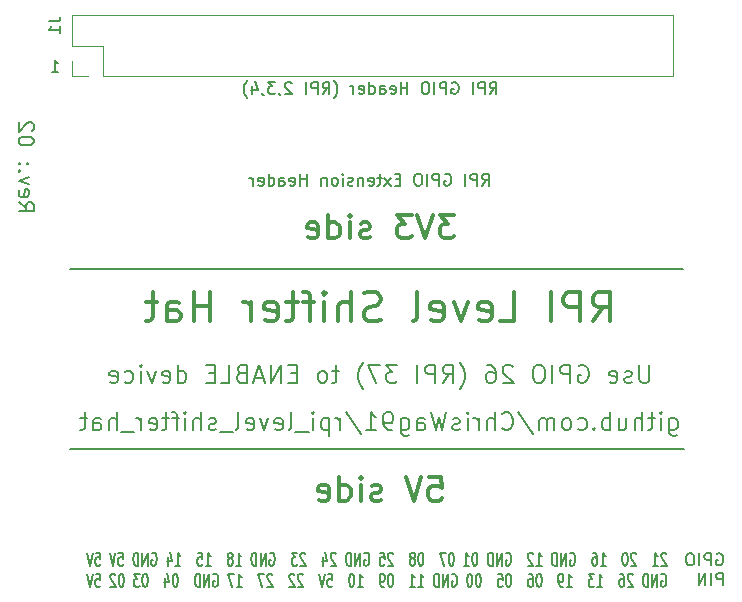
<source format=gbr>
G04 #@! TF.GenerationSoftware,KiCad,Pcbnew,5.1.6*
G04 #@! TF.CreationDate,2020-09-18T18:11:00+02:00*
G04 #@! TF.ProjectId,F010_rpi_logic_level_shifter_hat,46303130-5f72-4706-995f-6c6f6769635f,rev?*
G04 #@! TF.SameCoordinates,PXa52d280PY2b953a0*
G04 #@! TF.FileFunction,Legend,Bot*
G04 #@! TF.FilePolarity,Positive*
%FSLAX46Y46*%
G04 Gerber Fmt 4.6, Leading zero omitted, Abs format (unit mm)*
G04 Created by KiCad (PCBNEW 5.1.6) date 2020-09-18 18:11:00*
%MOMM*%
%LPD*%
G01*
G04 APERTURE LIST*
%ADD10C,0.150000*%
%ADD11C,0.300000*%
%ADD12C,0.120000*%
G04 APERTURE END LIST*
D10*
X-5628572Y-27558571D02*
X-5628572Y-28772857D01*
X-5700000Y-28915714D01*
X-5771429Y-28987142D01*
X-5914286Y-29058571D01*
X-6200000Y-29058571D01*
X-6342858Y-28987142D01*
X-6414286Y-28915714D01*
X-6485715Y-28772857D01*
X-6485715Y-27558571D01*
X-7128572Y-28987142D02*
X-7271429Y-29058571D01*
X-7557143Y-29058571D01*
X-7700000Y-28987142D01*
X-7771429Y-28844285D01*
X-7771429Y-28772857D01*
X-7700000Y-28630000D01*
X-7557143Y-28558571D01*
X-7342858Y-28558571D01*
X-7200000Y-28487142D01*
X-7128572Y-28344285D01*
X-7128572Y-28272857D01*
X-7200000Y-28130000D01*
X-7342858Y-28058571D01*
X-7557143Y-28058571D01*
X-7700000Y-28130000D01*
X-8985715Y-28987142D02*
X-8842858Y-29058571D01*
X-8557143Y-29058571D01*
X-8414286Y-28987142D01*
X-8342858Y-28844285D01*
X-8342858Y-28272857D01*
X-8414286Y-28130000D01*
X-8557143Y-28058571D01*
X-8842858Y-28058571D01*
X-8985715Y-28130000D01*
X-9057143Y-28272857D01*
X-9057143Y-28415714D01*
X-8342858Y-28558571D01*
X-11628572Y-27630000D02*
X-11485715Y-27558571D01*
X-11271429Y-27558571D01*
X-11057143Y-27630000D01*
X-10914286Y-27772857D01*
X-10842858Y-27915714D01*
X-10771429Y-28201428D01*
X-10771429Y-28415714D01*
X-10842858Y-28701428D01*
X-10914286Y-28844285D01*
X-11057143Y-28987142D01*
X-11271429Y-29058571D01*
X-11414286Y-29058571D01*
X-11628572Y-28987142D01*
X-11700000Y-28915714D01*
X-11700000Y-28415714D01*
X-11414286Y-28415714D01*
X-12342858Y-29058571D02*
X-12342858Y-27558571D01*
X-12914286Y-27558571D01*
X-13057143Y-27630000D01*
X-13128572Y-27701428D01*
X-13200000Y-27844285D01*
X-13200000Y-28058571D01*
X-13128572Y-28201428D01*
X-13057143Y-28272857D01*
X-12914286Y-28344285D01*
X-12342858Y-28344285D01*
X-13842858Y-29058571D02*
X-13842858Y-27558571D01*
X-14842858Y-27558571D02*
X-15128572Y-27558571D01*
X-15271429Y-27630000D01*
X-15414286Y-27772857D01*
X-15485715Y-28058571D01*
X-15485715Y-28558571D01*
X-15414286Y-28844285D01*
X-15271429Y-28987142D01*
X-15128572Y-29058571D01*
X-14842858Y-29058571D01*
X-14700000Y-28987142D01*
X-14557143Y-28844285D01*
X-14485715Y-28558571D01*
X-14485715Y-28058571D01*
X-14557143Y-27772857D01*
X-14700000Y-27630000D01*
X-14842858Y-27558571D01*
X-17200000Y-27701428D02*
X-17271429Y-27630000D01*
X-17414286Y-27558571D01*
X-17771429Y-27558571D01*
X-17914286Y-27630000D01*
X-17985715Y-27701428D01*
X-18057143Y-27844285D01*
X-18057143Y-27987142D01*
X-17985715Y-28201428D01*
X-17128572Y-29058571D01*
X-18057143Y-29058571D01*
X-19342858Y-27558571D02*
X-19057143Y-27558571D01*
X-18914286Y-27630000D01*
X-18842858Y-27701428D01*
X-18700000Y-27915714D01*
X-18628572Y-28201428D01*
X-18628572Y-28772857D01*
X-18700000Y-28915714D01*
X-18771429Y-28987142D01*
X-18914286Y-29058571D01*
X-19200000Y-29058571D01*
X-19342858Y-28987142D01*
X-19414286Y-28915714D01*
X-19485715Y-28772857D01*
X-19485715Y-28415714D01*
X-19414286Y-28272857D01*
X-19342858Y-28201428D01*
X-19200000Y-28130000D01*
X-18914286Y-28130000D01*
X-18771429Y-28201428D01*
X-18700000Y-28272857D01*
X-18628572Y-28415714D01*
X-21700000Y-29630000D02*
X-21628572Y-29558571D01*
X-21485715Y-29344285D01*
X-21414286Y-29201428D01*
X-21342858Y-28987142D01*
X-21271429Y-28630000D01*
X-21271429Y-28344285D01*
X-21342858Y-27987142D01*
X-21414286Y-27772857D01*
X-21485715Y-27630000D01*
X-21628572Y-27415714D01*
X-21700000Y-27344285D01*
X-23128572Y-29058571D02*
X-22628572Y-28344285D01*
X-22271429Y-29058571D02*
X-22271429Y-27558571D01*
X-22842858Y-27558571D01*
X-22985715Y-27630000D01*
X-23057143Y-27701428D01*
X-23128572Y-27844285D01*
X-23128572Y-28058571D01*
X-23057143Y-28201428D01*
X-22985715Y-28272857D01*
X-22842858Y-28344285D01*
X-22271429Y-28344285D01*
X-23771429Y-29058571D02*
X-23771429Y-27558571D01*
X-24342858Y-27558571D01*
X-24485715Y-27630000D01*
X-24557143Y-27701428D01*
X-24628572Y-27844285D01*
X-24628572Y-28058571D01*
X-24557143Y-28201428D01*
X-24485715Y-28272857D01*
X-24342858Y-28344285D01*
X-23771429Y-28344285D01*
X-25271429Y-29058571D02*
X-25271429Y-27558571D01*
X-26985715Y-27558571D02*
X-27914286Y-27558571D01*
X-27414286Y-28130000D01*
X-27628572Y-28130000D01*
X-27771429Y-28201428D01*
X-27842858Y-28272857D01*
X-27914286Y-28415714D01*
X-27914286Y-28772857D01*
X-27842858Y-28915714D01*
X-27771429Y-28987142D01*
X-27628572Y-29058571D01*
X-27200000Y-29058571D01*
X-27057143Y-28987142D01*
X-26985715Y-28915714D01*
X-28414286Y-27558571D02*
X-29414286Y-27558571D01*
X-28771429Y-29058571D01*
X-29842858Y-29630000D02*
X-29914286Y-29558571D01*
X-30057143Y-29344285D01*
X-30128572Y-29201428D01*
X-30200000Y-28987142D01*
X-30271429Y-28630000D01*
X-30271429Y-28344285D01*
X-30200000Y-27987142D01*
X-30128572Y-27772857D01*
X-30057143Y-27630000D01*
X-29914286Y-27415714D01*
X-29842858Y-27344285D01*
X-31914286Y-28058571D02*
X-32485715Y-28058571D01*
X-32128572Y-27558571D02*
X-32128572Y-28844285D01*
X-32200000Y-28987142D01*
X-32342858Y-29058571D01*
X-32485715Y-29058571D01*
X-33200000Y-29058571D02*
X-33057143Y-28987142D01*
X-32985715Y-28915714D01*
X-32914286Y-28772857D01*
X-32914286Y-28344285D01*
X-32985715Y-28201428D01*
X-33057143Y-28130000D01*
X-33200000Y-28058571D01*
X-33414286Y-28058571D01*
X-33557143Y-28130000D01*
X-33628572Y-28201428D01*
X-33700000Y-28344285D01*
X-33700000Y-28772857D01*
X-33628572Y-28915714D01*
X-33557143Y-28987142D01*
X-33414286Y-29058571D01*
X-33200000Y-29058571D01*
X-35485715Y-28272857D02*
X-35985715Y-28272857D01*
X-36200000Y-29058571D02*
X-35485715Y-29058571D01*
X-35485715Y-27558571D01*
X-36200000Y-27558571D01*
X-36842858Y-29058571D02*
X-36842858Y-27558571D01*
X-37700000Y-29058571D01*
X-37700000Y-27558571D01*
X-38342858Y-28630000D02*
X-39057143Y-28630000D01*
X-38200000Y-29058571D02*
X-38700000Y-27558571D01*
X-39200000Y-29058571D01*
X-40200000Y-28272857D02*
X-40414286Y-28344285D01*
X-40485715Y-28415714D01*
X-40557143Y-28558571D01*
X-40557143Y-28772857D01*
X-40485715Y-28915714D01*
X-40414286Y-28987142D01*
X-40271429Y-29058571D01*
X-39700000Y-29058571D01*
X-39700000Y-27558571D01*
X-40200000Y-27558571D01*
X-40342858Y-27630000D01*
X-40414286Y-27701428D01*
X-40485715Y-27844285D01*
X-40485715Y-27987142D01*
X-40414286Y-28130000D01*
X-40342858Y-28201428D01*
X-40200000Y-28272857D01*
X-39700000Y-28272857D01*
X-41914286Y-29058571D02*
X-41200000Y-29058571D01*
X-41200000Y-27558571D01*
X-42414286Y-28272857D02*
X-42914286Y-28272857D01*
X-43128572Y-29058571D02*
X-42414286Y-29058571D01*
X-42414286Y-27558571D01*
X-43128572Y-27558571D01*
X-45557143Y-29058571D02*
X-45557143Y-27558571D01*
X-45557143Y-28987142D02*
X-45414286Y-29058571D01*
X-45128572Y-29058571D01*
X-44985715Y-28987142D01*
X-44914286Y-28915714D01*
X-44842858Y-28772857D01*
X-44842858Y-28344285D01*
X-44914286Y-28201428D01*
X-44985715Y-28130000D01*
X-45128572Y-28058571D01*
X-45414286Y-28058571D01*
X-45557143Y-28130000D01*
X-46842858Y-28987142D02*
X-46700000Y-29058571D01*
X-46414286Y-29058571D01*
X-46271429Y-28987142D01*
X-46200000Y-28844285D01*
X-46200000Y-28272857D01*
X-46271429Y-28130000D01*
X-46414286Y-28058571D01*
X-46700000Y-28058571D01*
X-46842858Y-28130000D01*
X-46914286Y-28272857D01*
X-46914286Y-28415714D01*
X-46200000Y-28558571D01*
X-47414286Y-28058571D02*
X-47771429Y-29058571D01*
X-48128572Y-28058571D01*
X-48700000Y-29058571D02*
X-48700000Y-28058571D01*
X-48700000Y-27558571D02*
X-48628572Y-27630000D01*
X-48700000Y-27701428D01*
X-48771429Y-27630000D01*
X-48700000Y-27558571D01*
X-48700000Y-27701428D01*
X-50057143Y-28987142D02*
X-49914286Y-29058571D01*
X-49628572Y-29058571D01*
X-49485715Y-28987142D01*
X-49414286Y-28915714D01*
X-49342858Y-28772857D01*
X-49342858Y-28344285D01*
X-49414286Y-28201428D01*
X-49485715Y-28130000D01*
X-49628572Y-28058571D01*
X-49914286Y-28058571D01*
X-50057143Y-28130000D01*
X-51271429Y-28987142D02*
X-51128572Y-29058571D01*
X-50842858Y-29058571D01*
X-50700000Y-28987142D01*
X-50628572Y-28844285D01*
X-50628572Y-28272857D01*
X-50700000Y-28130000D01*
X-50842858Y-28058571D01*
X-51128572Y-28058571D01*
X-51271429Y-28130000D01*
X-51342858Y-28272857D01*
X-51342858Y-28415714D01*
X-50628572Y-28558571D01*
X-19155953Y-4602380D02*
X-18822620Y-4126190D01*
X-18584524Y-4602380D02*
X-18584524Y-3602380D01*
X-18965477Y-3602380D01*
X-19060715Y-3650000D01*
X-19108334Y-3697619D01*
X-19155953Y-3792857D01*
X-19155953Y-3935714D01*
X-19108334Y-4030952D01*
X-19060715Y-4078571D01*
X-18965477Y-4126190D01*
X-18584524Y-4126190D01*
X-19584524Y-4602380D02*
X-19584524Y-3602380D01*
X-19965477Y-3602380D01*
X-20060715Y-3650000D01*
X-20108334Y-3697619D01*
X-20155953Y-3792857D01*
X-20155953Y-3935714D01*
X-20108334Y-4030952D01*
X-20060715Y-4078571D01*
X-19965477Y-4126190D01*
X-19584524Y-4126190D01*
X-20584524Y-4602380D02*
X-20584524Y-3602380D01*
X-22346429Y-3650000D02*
X-22251191Y-3602380D01*
X-22108334Y-3602380D01*
X-21965477Y-3650000D01*
X-21870239Y-3745238D01*
X-21822620Y-3840476D01*
X-21775000Y-4030952D01*
X-21775000Y-4173809D01*
X-21822620Y-4364285D01*
X-21870239Y-4459523D01*
X-21965477Y-4554761D01*
X-22108334Y-4602380D01*
X-22203572Y-4602380D01*
X-22346429Y-4554761D01*
X-22394048Y-4507142D01*
X-22394048Y-4173809D01*
X-22203572Y-4173809D01*
X-22822620Y-4602380D02*
X-22822620Y-3602380D01*
X-23203572Y-3602380D01*
X-23298810Y-3650000D01*
X-23346429Y-3697619D01*
X-23394048Y-3792857D01*
X-23394048Y-3935714D01*
X-23346429Y-4030952D01*
X-23298810Y-4078571D01*
X-23203572Y-4126190D01*
X-22822620Y-4126190D01*
X-23822620Y-4602380D02*
X-23822620Y-3602380D01*
X-24489286Y-3602380D02*
X-24679762Y-3602380D01*
X-24775000Y-3650000D01*
X-24870239Y-3745238D01*
X-24917858Y-3935714D01*
X-24917858Y-4269047D01*
X-24870239Y-4459523D01*
X-24775000Y-4554761D01*
X-24679762Y-4602380D01*
X-24489286Y-4602380D01*
X-24394048Y-4554761D01*
X-24298810Y-4459523D01*
X-24251191Y-4269047D01*
X-24251191Y-3935714D01*
X-24298810Y-3745238D01*
X-24394048Y-3650000D01*
X-24489286Y-3602380D01*
X-26108334Y-4602380D02*
X-26108334Y-3602380D01*
X-26108334Y-4078571D02*
X-26679762Y-4078571D01*
X-26679762Y-4602380D02*
X-26679762Y-3602380D01*
X-27536905Y-4554761D02*
X-27441667Y-4602380D01*
X-27251191Y-4602380D01*
X-27155953Y-4554761D01*
X-27108334Y-4459523D01*
X-27108334Y-4078571D01*
X-27155953Y-3983333D01*
X-27251191Y-3935714D01*
X-27441667Y-3935714D01*
X-27536905Y-3983333D01*
X-27584524Y-4078571D01*
X-27584524Y-4173809D01*
X-27108334Y-4269047D01*
X-28441667Y-4602380D02*
X-28441667Y-4078571D01*
X-28394048Y-3983333D01*
X-28298810Y-3935714D01*
X-28108334Y-3935714D01*
X-28013096Y-3983333D01*
X-28441667Y-4554761D02*
X-28346429Y-4602380D01*
X-28108334Y-4602380D01*
X-28013096Y-4554761D01*
X-27965477Y-4459523D01*
X-27965477Y-4364285D01*
X-28013096Y-4269047D01*
X-28108334Y-4221428D01*
X-28346429Y-4221428D01*
X-28441667Y-4173809D01*
X-29346429Y-4602380D02*
X-29346429Y-3602380D01*
X-29346429Y-4554761D02*
X-29251191Y-4602380D01*
X-29060715Y-4602380D01*
X-28965477Y-4554761D01*
X-28917858Y-4507142D01*
X-28870239Y-4411904D01*
X-28870239Y-4126190D01*
X-28917858Y-4030952D01*
X-28965477Y-3983333D01*
X-29060715Y-3935714D01*
X-29251191Y-3935714D01*
X-29346429Y-3983333D01*
X-30203572Y-4554761D02*
X-30108334Y-4602380D01*
X-29917858Y-4602380D01*
X-29822620Y-4554761D01*
X-29775000Y-4459523D01*
X-29775000Y-4078571D01*
X-29822620Y-3983333D01*
X-29917858Y-3935714D01*
X-30108334Y-3935714D01*
X-30203572Y-3983333D01*
X-30251191Y-4078571D01*
X-30251191Y-4173809D01*
X-29775000Y-4269047D01*
X-30679762Y-4602380D02*
X-30679762Y-3935714D01*
X-30679762Y-4126190D02*
X-30727381Y-4030952D01*
X-30775000Y-3983333D01*
X-30870239Y-3935714D01*
X-30965477Y-3935714D01*
X-32346429Y-4983333D02*
X-32298810Y-4935714D01*
X-32203572Y-4792857D01*
X-32155953Y-4697619D01*
X-32108334Y-4554761D01*
X-32060715Y-4316666D01*
X-32060715Y-4126190D01*
X-32108334Y-3888095D01*
X-32155953Y-3745238D01*
X-32203572Y-3650000D01*
X-32298810Y-3507142D01*
X-32346429Y-3459523D01*
X-33298810Y-4602380D02*
X-32965477Y-4126190D01*
X-32727381Y-4602380D02*
X-32727381Y-3602380D01*
X-33108334Y-3602380D01*
X-33203572Y-3650000D01*
X-33251191Y-3697619D01*
X-33298810Y-3792857D01*
X-33298810Y-3935714D01*
X-33251191Y-4030952D01*
X-33203572Y-4078571D01*
X-33108334Y-4126190D01*
X-32727381Y-4126190D01*
X-33727381Y-4602380D02*
X-33727381Y-3602380D01*
X-34108334Y-3602380D01*
X-34203572Y-3650000D01*
X-34251191Y-3697619D01*
X-34298810Y-3792857D01*
X-34298810Y-3935714D01*
X-34251191Y-4030952D01*
X-34203572Y-4078571D01*
X-34108334Y-4126190D01*
X-33727381Y-4126190D01*
X-34727381Y-4602380D02*
X-34727381Y-3602380D01*
X-35917858Y-3697619D02*
X-35965477Y-3650000D01*
X-36060715Y-3602380D01*
X-36298810Y-3602380D01*
X-36394048Y-3650000D01*
X-36441667Y-3697619D01*
X-36489286Y-3792857D01*
X-36489286Y-3888095D01*
X-36441667Y-4030952D01*
X-35870239Y-4602380D01*
X-36489286Y-4602380D01*
X-36965477Y-4554761D02*
X-36965477Y-4602380D01*
X-36917858Y-4697619D01*
X-36870239Y-4745238D01*
X-37298810Y-3602380D02*
X-37917858Y-3602380D01*
X-37584524Y-3983333D01*
X-37727381Y-3983333D01*
X-37822620Y-4030952D01*
X-37870239Y-4078571D01*
X-37917858Y-4173809D01*
X-37917858Y-4411904D01*
X-37870239Y-4507142D01*
X-37822620Y-4554761D01*
X-37727381Y-4602380D01*
X-37441667Y-4602380D01*
X-37346429Y-4554761D01*
X-37298810Y-4507142D01*
X-38394048Y-4554761D02*
X-38394048Y-4602380D01*
X-38346429Y-4697619D01*
X-38298810Y-4745238D01*
X-39251191Y-3935714D02*
X-39251191Y-4602380D01*
X-39013096Y-3554761D02*
X-38775000Y-4269047D01*
X-39394048Y-4269047D01*
X-39679762Y-4983333D02*
X-39727381Y-4935714D01*
X-39822620Y-4792857D01*
X-39870239Y-4697619D01*
X-39917858Y-4554761D01*
X-39965477Y-4316666D01*
X-39965477Y-4126190D01*
X-39917858Y-3888095D01*
X-39870239Y-3745238D01*
X-39822620Y-3650000D01*
X-39727381Y-3507142D01*
X-39679762Y-3459523D01*
X-3950000Y-32078571D02*
X-3950000Y-33292857D01*
X-3878572Y-33435714D01*
X-3807143Y-33507142D01*
X-3664286Y-33578571D01*
X-3450000Y-33578571D01*
X-3307143Y-33507142D01*
X-3950000Y-33007142D02*
X-3807143Y-33078571D01*
X-3521429Y-33078571D01*
X-3378572Y-33007142D01*
X-3307143Y-32935714D01*
X-3235715Y-32792857D01*
X-3235715Y-32364285D01*
X-3307143Y-32221428D01*
X-3378572Y-32150000D01*
X-3521429Y-32078571D01*
X-3807143Y-32078571D01*
X-3950000Y-32150000D01*
X-4664286Y-33078571D02*
X-4664286Y-32078571D01*
X-4664286Y-31578571D02*
X-4592858Y-31650000D01*
X-4664286Y-31721428D01*
X-4735715Y-31650000D01*
X-4664286Y-31578571D01*
X-4664286Y-31721428D01*
X-5164286Y-32078571D02*
X-5735715Y-32078571D01*
X-5378572Y-31578571D02*
X-5378572Y-32864285D01*
X-5450000Y-33007142D01*
X-5592858Y-33078571D01*
X-5735715Y-33078571D01*
X-6235715Y-33078571D02*
X-6235715Y-31578571D01*
X-6878572Y-33078571D02*
X-6878572Y-32292857D01*
X-6807143Y-32150000D01*
X-6664286Y-32078571D01*
X-6450000Y-32078571D01*
X-6307143Y-32150000D01*
X-6235715Y-32221428D01*
X-8235715Y-32078571D02*
X-8235715Y-33078571D01*
X-7592858Y-32078571D02*
X-7592858Y-32864285D01*
X-7664286Y-33007142D01*
X-7807143Y-33078571D01*
X-8021429Y-33078571D01*
X-8164286Y-33007142D01*
X-8235715Y-32935714D01*
X-8950000Y-33078571D02*
X-8950000Y-31578571D01*
X-8950000Y-32150000D02*
X-9092858Y-32078571D01*
X-9378572Y-32078571D01*
X-9521429Y-32150000D01*
X-9592858Y-32221428D01*
X-9664286Y-32364285D01*
X-9664286Y-32792857D01*
X-9592858Y-32935714D01*
X-9521429Y-33007142D01*
X-9378572Y-33078571D01*
X-9092858Y-33078571D01*
X-8950000Y-33007142D01*
X-10307143Y-32935714D02*
X-10378572Y-33007142D01*
X-10307143Y-33078571D01*
X-10235715Y-33007142D01*
X-10307143Y-32935714D01*
X-10307143Y-33078571D01*
X-11664286Y-33007142D02*
X-11521429Y-33078571D01*
X-11235715Y-33078571D01*
X-11092858Y-33007142D01*
X-11021429Y-32935714D01*
X-10950000Y-32792857D01*
X-10950000Y-32364285D01*
X-11021429Y-32221428D01*
X-11092858Y-32150000D01*
X-11235715Y-32078571D01*
X-11521429Y-32078571D01*
X-11664286Y-32150000D01*
X-12521429Y-33078571D02*
X-12378572Y-33007142D01*
X-12307143Y-32935714D01*
X-12235715Y-32792857D01*
X-12235715Y-32364285D01*
X-12307143Y-32221428D01*
X-12378572Y-32150000D01*
X-12521429Y-32078571D01*
X-12735715Y-32078571D01*
X-12878572Y-32150000D01*
X-12950000Y-32221428D01*
X-13021429Y-32364285D01*
X-13021429Y-32792857D01*
X-12950000Y-32935714D01*
X-12878572Y-33007142D01*
X-12735715Y-33078571D01*
X-12521429Y-33078571D01*
X-13664286Y-33078571D02*
X-13664286Y-32078571D01*
X-13664286Y-32221428D02*
X-13735715Y-32150000D01*
X-13878572Y-32078571D01*
X-14092858Y-32078571D01*
X-14235715Y-32150000D01*
X-14307143Y-32292857D01*
X-14307143Y-33078571D01*
X-14307143Y-32292857D02*
X-14378572Y-32150000D01*
X-14521429Y-32078571D01*
X-14735715Y-32078571D01*
X-14878572Y-32150000D01*
X-14950000Y-32292857D01*
X-14950000Y-33078571D01*
X-16735715Y-31507142D02*
X-15450000Y-33435714D01*
X-18092858Y-32935714D02*
X-18021429Y-33007142D01*
X-17807143Y-33078571D01*
X-17664286Y-33078571D01*
X-17450000Y-33007142D01*
X-17307143Y-32864285D01*
X-17235715Y-32721428D01*
X-17164286Y-32435714D01*
X-17164286Y-32221428D01*
X-17235715Y-31935714D01*
X-17307143Y-31792857D01*
X-17450000Y-31650000D01*
X-17664286Y-31578571D01*
X-17807143Y-31578571D01*
X-18021429Y-31650000D01*
X-18092858Y-31721428D01*
X-18735715Y-33078571D02*
X-18735715Y-31578571D01*
X-19378572Y-33078571D02*
X-19378572Y-32292857D01*
X-19307143Y-32150000D01*
X-19164286Y-32078571D01*
X-18950000Y-32078571D01*
X-18807143Y-32150000D01*
X-18735715Y-32221428D01*
X-20092858Y-33078571D02*
X-20092858Y-32078571D01*
X-20092858Y-32364285D02*
X-20164286Y-32221428D01*
X-20235715Y-32150000D01*
X-20378572Y-32078571D01*
X-20521429Y-32078571D01*
X-21021429Y-33078571D02*
X-21021429Y-32078571D01*
X-21021429Y-31578571D02*
X-20950000Y-31650000D01*
X-21021429Y-31721428D01*
X-21092858Y-31650000D01*
X-21021429Y-31578571D01*
X-21021429Y-31721428D01*
X-21664286Y-33007142D02*
X-21807143Y-33078571D01*
X-22092858Y-33078571D01*
X-22235715Y-33007142D01*
X-22307143Y-32864285D01*
X-22307143Y-32792857D01*
X-22235715Y-32650000D01*
X-22092858Y-32578571D01*
X-21878572Y-32578571D01*
X-21735715Y-32507142D01*
X-21664286Y-32364285D01*
X-21664286Y-32292857D01*
X-21735715Y-32150000D01*
X-21878572Y-32078571D01*
X-22092858Y-32078571D01*
X-22235715Y-32150000D01*
X-22807143Y-31578571D02*
X-23164286Y-33078571D01*
X-23450000Y-32007142D01*
X-23735715Y-33078571D01*
X-24092858Y-31578571D01*
X-25307143Y-33078571D02*
X-25307143Y-32292857D01*
X-25235715Y-32150000D01*
X-25092858Y-32078571D01*
X-24807143Y-32078571D01*
X-24664286Y-32150000D01*
X-25307143Y-33007142D02*
X-25164286Y-33078571D01*
X-24807143Y-33078571D01*
X-24664286Y-33007142D01*
X-24592858Y-32864285D01*
X-24592858Y-32721428D01*
X-24664286Y-32578571D01*
X-24807143Y-32507142D01*
X-25164286Y-32507142D01*
X-25307143Y-32435714D01*
X-26664286Y-32078571D02*
X-26664286Y-33292857D01*
X-26592858Y-33435714D01*
X-26521429Y-33507142D01*
X-26378572Y-33578571D01*
X-26164286Y-33578571D01*
X-26021429Y-33507142D01*
X-26664286Y-33007142D02*
X-26521429Y-33078571D01*
X-26235715Y-33078571D01*
X-26092858Y-33007142D01*
X-26021429Y-32935714D01*
X-25950000Y-32792857D01*
X-25950000Y-32364285D01*
X-26021429Y-32221428D01*
X-26092858Y-32150000D01*
X-26235715Y-32078571D01*
X-26521429Y-32078571D01*
X-26664286Y-32150000D01*
X-27450000Y-33078571D02*
X-27735715Y-33078571D01*
X-27878572Y-33007142D01*
X-27950000Y-32935714D01*
X-28092858Y-32721428D01*
X-28164286Y-32435714D01*
X-28164286Y-31864285D01*
X-28092858Y-31721428D01*
X-28021429Y-31650000D01*
X-27878572Y-31578571D01*
X-27592858Y-31578571D01*
X-27450000Y-31650000D01*
X-27378572Y-31721428D01*
X-27307143Y-31864285D01*
X-27307143Y-32221428D01*
X-27378572Y-32364285D01*
X-27450000Y-32435714D01*
X-27592858Y-32507142D01*
X-27878572Y-32507142D01*
X-28021429Y-32435714D01*
X-28092858Y-32364285D01*
X-28164286Y-32221428D01*
X-29592858Y-33078571D02*
X-28735715Y-33078571D01*
X-29164286Y-33078571D02*
X-29164286Y-31578571D01*
X-29021429Y-31792857D01*
X-28878572Y-31935714D01*
X-28735715Y-32007142D01*
X-31307143Y-31507142D02*
X-30021429Y-33435714D01*
X-31807143Y-33078571D02*
X-31807143Y-32078571D01*
X-31807143Y-32364285D02*
X-31878572Y-32221428D01*
X-31950000Y-32150000D01*
X-32092858Y-32078571D01*
X-32235715Y-32078571D01*
X-32735715Y-32078571D02*
X-32735715Y-33578571D01*
X-32735715Y-32150000D02*
X-32878572Y-32078571D01*
X-33164286Y-32078571D01*
X-33307143Y-32150000D01*
X-33378572Y-32221428D01*
X-33450000Y-32364285D01*
X-33450000Y-32792857D01*
X-33378572Y-32935714D01*
X-33307143Y-33007142D01*
X-33164286Y-33078571D01*
X-32878572Y-33078571D01*
X-32735715Y-33007142D01*
X-34092858Y-33078571D02*
X-34092858Y-32078571D01*
X-34092858Y-31578571D02*
X-34021429Y-31650000D01*
X-34092858Y-31721428D01*
X-34164286Y-31650000D01*
X-34092858Y-31578571D01*
X-34092858Y-31721428D01*
X-34450000Y-33221428D02*
X-35592858Y-33221428D01*
X-36164286Y-33078571D02*
X-36021429Y-33007142D01*
X-35950000Y-32864285D01*
X-35950000Y-31578571D01*
X-37307143Y-33007142D02*
X-37164286Y-33078571D01*
X-36878572Y-33078571D01*
X-36735715Y-33007142D01*
X-36664286Y-32864285D01*
X-36664286Y-32292857D01*
X-36735715Y-32150000D01*
X-36878572Y-32078571D01*
X-37164286Y-32078571D01*
X-37307143Y-32150000D01*
X-37378572Y-32292857D01*
X-37378572Y-32435714D01*
X-36664286Y-32578571D01*
X-37878572Y-32078571D02*
X-38235715Y-33078571D01*
X-38592858Y-32078571D01*
X-39735715Y-33007142D02*
X-39592858Y-33078571D01*
X-39307143Y-33078571D01*
X-39164286Y-33007142D01*
X-39092858Y-32864285D01*
X-39092858Y-32292857D01*
X-39164286Y-32150000D01*
X-39307143Y-32078571D01*
X-39592858Y-32078571D01*
X-39735715Y-32150000D01*
X-39807143Y-32292857D01*
X-39807143Y-32435714D01*
X-39092858Y-32578571D01*
X-40664286Y-33078571D02*
X-40521429Y-33007142D01*
X-40450001Y-32864285D01*
X-40450001Y-31578571D01*
X-40878572Y-33221428D02*
X-42021429Y-33221428D01*
X-42307143Y-33007142D02*
X-42450001Y-33078571D01*
X-42735715Y-33078571D01*
X-42878572Y-33007142D01*
X-42950001Y-32864285D01*
X-42950001Y-32792857D01*
X-42878572Y-32650000D01*
X-42735715Y-32578571D01*
X-42521429Y-32578571D01*
X-42378572Y-32507142D01*
X-42307143Y-32364285D01*
X-42307143Y-32292857D01*
X-42378572Y-32150000D01*
X-42521429Y-32078571D01*
X-42735715Y-32078571D01*
X-42878572Y-32150000D01*
X-43592858Y-33078571D02*
X-43592858Y-31578571D01*
X-44235715Y-33078571D02*
X-44235715Y-32292857D01*
X-44164286Y-32150000D01*
X-44021429Y-32078571D01*
X-43807143Y-32078571D01*
X-43664286Y-32150000D01*
X-43592858Y-32221428D01*
X-44950001Y-33078571D02*
X-44950001Y-32078571D01*
X-44950001Y-31578571D02*
X-44878572Y-31650000D01*
X-44950001Y-31721428D01*
X-45021429Y-31650000D01*
X-44950001Y-31578571D01*
X-44950001Y-31721428D01*
X-45450001Y-32078571D02*
X-46021429Y-32078571D01*
X-45664286Y-33078571D02*
X-45664286Y-31792857D01*
X-45735715Y-31650000D01*
X-45878572Y-31578571D01*
X-46021429Y-31578571D01*
X-46307143Y-32078571D02*
X-46878572Y-32078571D01*
X-46521429Y-31578571D02*
X-46521429Y-32864285D01*
X-46592858Y-33007142D01*
X-46735715Y-33078571D01*
X-46878572Y-33078571D01*
X-47950001Y-33007142D02*
X-47807143Y-33078571D01*
X-47521429Y-33078571D01*
X-47378572Y-33007142D01*
X-47307143Y-32864285D01*
X-47307143Y-32292857D01*
X-47378572Y-32150000D01*
X-47521429Y-32078571D01*
X-47807143Y-32078571D01*
X-47950001Y-32150000D01*
X-48021429Y-32292857D01*
X-48021429Y-32435714D01*
X-47307143Y-32578571D01*
X-48664286Y-33078571D02*
X-48664286Y-32078571D01*
X-48664286Y-32364285D02*
X-48735715Y-32221428D01*
X-48807143Y-32150000D01*
X-48950001Y-32078571D01*
X-49092858Y-32078571D01*
X-49235715Y-33221428D02*
X-50378572Y-33221428D01*
X-50735715Y-33078571D02*
X-50735715Y-31578571D01*
X-51378572Y-33078571D02*
X-51378572Y-32292857D01*
X-51307143Y-32150000D01*
X-51164286Y-32078571D01*
X-50950001Y-32078571D01*
X-50807143Y-32150000D01*
X-50735715Y-32221428D01*
X-52735715Y-33078571D02*
X-52735715Y-32292857D01*
X-52664286Y-32150000D01*
X-52521429Y-32078571D01*
X-52235715Y-32078571D01*
X-52092858Y-32150000D01*
X-52735715Y-33007142D02*
X-52592858Y-33078571D01*
X-52235715Y-33078571D01*
X-52092858Y-33007142D01*
X-52021429Y-32864285D01*
X-52021429Y-32721428D01*
X-52092858Y-32578571D01*
X-52235715Y-32507142D01*
X-52592858Y-32507142D01*
X-52735715Y-32435714D01*
X-53235715Y-32078571D02*
X-53807143Y-32078571D01*
X-53450001Y-31578571D02*
X-53450001Y-32864285D01*
X-53521429Y-33007142D01*
X-53664286Y-33078571D01*
X-53807143Y-33078571D01*
D11*
X-10414286Y-23880952D02*
X-9580953Y-22690476D01*
X-8985715Y-23880952D02*
X-8985715Y-21380952D01*
X-9938096Y-21380952D01*
X-10176191Y-21500000D01*
X-10295239Y-21619047D01*
X-10414286Y-21857142D01*
X-10414286Y-22214285D01*
X-10295239Y-22452380D01*
X-10176191Y-22571428D01*
X-9938096Y-22690476D01*
X-8985715Y-22690476D01*
X-11485715Y-23880952D02*
X-11485715Y-21380952D01*
X-12438096Y-21380952D01*
X-12676191Y-21500000D01*
X-12795239Y-21619047D01*
X-12914286Y-21857142D01*
X-12914286Y-22214285D01*
X-12795239Y-22452380D01*
X-12676191Y-22571428D01*
X-12438096Y-22690476D01*
X-11485715Y-22690476D01*
X-13985715Y-23880952D02*
X-13985715Y-21380952D01*
X-18271429Y-23880952D02*
X-17080953Y-23880952D01*
X-17080953Y-21380952D01*
X-20057143Y-23761904D02*
X-19819048Y-23880952D01*
X-19342858Y-23880952D01*
X-19104762Y-23761904D01*
X-18985715Y-23523809D01*
X-18985715Y-22571428D01*
X-19104762Y-22333333D01*
X-19342858Y-22214285D01*
X-19819048Y-22214285D01*
X-20057143Y-22333333D01*
X-20176191Y-22571428D01*
X-20176191Y-22809523D01*
X-18985715Y-23047619D01*
X-21009524Y-22214285D02*
X-21604762Y-23880952D01*
X-22200000Y-22214285D01*
X-24104762Y-23761904D02*
X-23866667Y-23880952D01*
X-23390477Y-23880952D01*
X-23152381Y-23761904D01*
X-23033334Y-23523809D01*
X-23033334Y-22571428D01*
X-23152381Y-22333333D01*
X-23390477Y-22214285D01*
X-23866667Y-22214285D01*
X-24104762Y-22333333D01*
X-24223810Y-22571428D01*
X-24223810Y-22809523D01*
X-23033334Y-23047619D01*
X-25652381Y-23880952D02*
X-25414286Y-23761904D01*
X-25295239Y-23523809D01*
X-25295239Y-21380952D01*
X-28390477Y-23761904D02*
X-28747620Y-23880952D01*
X-29342858Y-23880952D01*
X-29580953Y-23761904D01*
X-29700000Y-23642857D01*
X-29819048Y-23404761D01*
X-29819048Y-23166666D01*
X-29700000Y-22928571D01*
X-29580953Y-22809523D01*
X-29342858Y-22690476D01*
X-28866667Y-22571428D01*
X-28628572Y-22452380D01*
X-28509524Y-22333333D01*
X-28390477Y-22095238D01*
X-28390477Y-21857142D01*
X-28509524Y-21619047D01*
X-28628572Y-21500000D01*
X-28866667Y-21380952D01*
X-29461905Y-21380952D01*
X-29819048Y-21500000D01*
X-30890477Y-23880952D02*
X-30890477Y-21380952D01*
X-31961905Y-23880952D02*
X-31961905Y-22571428D01*
X-31842858Y-22333333D01*
X-31604762Y-22214285D01*
X-31247620Y-22214285D01*
X-31009524Y-22333333D01*
X-30890477Y-22452380D01*
X-33152381Y-23880952D02*
X-33152381Y-22214285D01*
X-33152381Y-21380952D02*
X-33033334Y-21500000D01*
X-33152381Y-21619047D01*
X-33271429Y-21500000D01*
X-33152381Y-21380952D01*
X-33152381Y-21619047D01*
X-33985715Y-22214285D02*
X-34938096Y-22214285D01*
X-34342858Y-23880952D02*
X-34342858Y-21738095D01*
X-34461905Y-21500000D01*
X-34700000Y-21380952D01*
X-34938096Y-21380952D01*
X-35414286Y-22214285D02*
X-36366667Y-22214285D01*
X-35771429Y-21380952D02*
X-35771429Y-23523809D01*
X-35890477Y-23761904D01*
X-36128572Y-23880952D01*
X-36366667Y-23880952D01*
X-38152381Y-23761904D02*
X-37914286Y-23880952D01*
X-37438096Y-23880952D01*
X-37200000Y-23761904D01*
X-37080953Y-23523809D01*
X-37080953Y-22571428D01*
X-37200000Y-22333333D01*
X-37438096Y-22214285D01*
X-37914286Y-22214285D01*
X-38152381Y-22333333D01*
X-38271429Y-22571428D01*
X-38271429Y-22809523D01*
X-37080953Y-23047619D01*
X-39342858Y-23880952D02*
X-39342858Y-22214285D01*
X-39342858Y-22690476D02*
X-39461905Y-22452380D01*
X-39580953Y-22333333D01*
X-39819048Y-22214285D01*
X-40057143Y-22214285D01*
X-42795239Y-23880952D02*
X-42795239Y-21380952D01*
X-42795239Y-22571428D02*
X-44223810Y-22571428D01*
X-44223810Y-23880952D02*
X-44223810Y-21380952D01*
X-46485715Y-23880952D02*
X-46485715Y-22571428D01*
X-46366667Y-22333333D01*
X-46128572Y-22214285D01*
X-45652381Y-22214285D01*
X-45414286Y-22333333D01*
X-46485715Y-23761904D02*
X-46247620Y-23880952D01*
X-45652381Y-23880952D01*
X-45414286Y-23761904D01*
X-45295239Y-23523809D01*
X-45295239Y-23285714D01*
X-45414286Y-23047619D01*
X-45652381Y-22928571D01*
X-46247620Y-22928571D01*
X-46485715Y-22809523D01*
X-47319048Y-22214285D02*
X-48271429Y-22214285D01*
X-47676191Y-21380952D02*
X-47676191Y-23523809D01*
X-47795239Y-23761904D01*
X-48033334Y-23880952D01*
X-48271429Y-23880952D01*
D10*
X-2725000Y-34675000D02*
X-54700000Y-34675000D01*
D11*
X-24259524Y-37054761D02*
X-23307143Y-37054761D01*
X-23211905Y-38007142D01*
X-23307143Y-37911904D01*
X-23497620Y-37816666D01*
X-23973810Y-37816666D01*
X-24164286Y-37911904D01*
X-24259524Y-38007142D01*
X-24354762Y-38197619D01*
X-24354762Y-38673809D01*
X-24259524Y-38864285D01*
X-24164286Y-38959523D01*
X-23973810Y-39054761D01*
X-23497620Y-39054761D01*
X-23307143Y-38959523D01*
X-23211905Y-38864285D01*
X-24926191Y-37054761D02*
X-25592858Y-39054761D01*
X-26259524Y-37054761D01*
X-28354762Y-38959523D02*
X-28545239Y-39054761D01*
X-28926191Y-39054761D01*
X-29116667Y-38959523D01*
X-29211905Y-38769047D01*
X-29211905Y-38673809D01*
X-29116667Y-38483333D01*
X-28926191Y-38388095D01*
X-28640477Y-38388095D01*
X-28450000Y-38292857D01*
X-28354762Y-38102380D01*
X-28354762Y-38007142D01*
X-28450000Y-37816666D01*
X-28640477Y-37721428D01*
X-28926191Y-37721428D01*
X-29116667Y-37816666D01*
X-30069048Y-39054761D02*
X-30069048Y-37721428D01*
X-30069048Y-37054761D02*
X-29973810Y-37150000D01*
X-30069048Y-37245238D01*
X-30164286Y-37150000D01*
X-30069048Y-37054761D01*
X-30069048Y-37245238D01*
X-31878572Y-39054761D02*
X-31878572Y-37054761D01*
X-31878572Y-38959523D02*
X-31688096Y-39054761D01*
X-31307143Y-39054761D01*
X-31116667Y-38959523D01*
X-31021429Y-38864285D01*
X-30926191Y-38673809D01*
X-30926191Y-38102380D01*
X-31021429Y-37911904D01*
X-31116667Y-37816666D01*
X-31307143Y-37721428D01*
X-31688096Y-37721428D01*
X-31878572Y-37816666D01*
X-33592858Y-38959523D02*
X-33402381Y-39054761D01*
X-33021429Y-39054761D01*
X-32830953Y-38959523D01*
X-32735715Y-38769047D01*
X-32735715Y-38007142D01*
X-32830953Y-37816666D01*
X-33021429Y-37721428D01*
X-33402381Y-37721428D01*
X-33592858Y-37816666D01*
X-33688096Y-38007142D01*
X-33688096Y-38197619D01*
X-32735715Y-38388095D01*
D10*
X-2800000Y-19400000D02*
X-54700000Y-19400000D01*
X-19775000Y-12377380D02*
X-19441667Y-11901190D01*
X-19203572Y-12377380D02*
X-19203572Y-11377380D01*
X-19584524Y-11377380D01*
X-19679762Y-11425000D01*
X-19727381Y-11472619D01*
X-19775000Y-11567857D01*
X-19775000Y-11710714D01*
X-19727381Y-11805952D01*
X-19679762Y-11853571D01*
X-19584524Y-11901190D01*
X-19203572Y-11901190D01*
X-20203572Y-12377380D02*
X-20203572Y-11377380D01*
X-20584524Y-11377380D01*
X-20679762Y-11425000D01*
X-20727381Y-11472619D01*
X-20775000Y-11567857D01*
X-20775000Y-11710714D01*
X-20727381Y-11805952D01*
X-20679762Y-11853571D01*
X-20584524Y-11901190D01*
X-20203572Y-11901190D01*
X-21203572Y-12377380D02*
X-21203572Y-11377380D01*
X-22965477Y-11425000D02*
X-22870239Y-11377380D01*
X-22727381Y-11377380D01*
X-22584524Y-11425000D01*
X-22489286Y-11520238D01*
X-22441667Y-11615476D01*
X-22394048Y-11805952D01*
X-22394048Y-11948809D01*
X-22441667Y-12139285D01*
X-22489286Y-12234523D01*
X-22584524Y-12329761D01*
X-22727381Y-12377380D01*
X-22822620Y-12377380D01*
X-22965477Y-12329761D01*
X-23013096Y-12282142D01*
X-23013096Y-11948809D01*
X-22822620Y-11948809D01*
X-23441667Y-12377380D02*
X-23441667Y-11377380D01*
X-23822620Y-11377380D01*
X-23917858Y-11425000D01*
X-23965477Y-11472619D01*
X-24013096Y-11567857D01*
X-24013096Y-11710714D01*
X-23965477Y-11805952D01*
X-23917858Y-11853571D01*
X-23822620Y-11901190D01*
X-23441667Y-11901190D01*
X-24441667Y-12377380D02*
X-24441667Y-11377380D01*
X-25108334Y-11377380D02*
X-25298810Y-11377380D01*
X-25394048Y-11425000D01*
X-25489286Y-11520238D01*
X-25536905Y-11710714D01*
X-25536905Y-12044047D01*
X-25489286Y-12234523D01*
X-25394048Y-12329761D01*
X-25298810Y-12377380D01*
X-25108334Y-12377380D01*
X-25013096Y-12329761D01*
X-24917858Y-12234523D01*
X-24870239Y-12044047D01*
X-24870239Y-11710714D01*
X-24917858Y-11520238D01*
X-25013096Y-11425000D01*
X-25108334Y-11377380D01*
X-26727381Y-11853571D02*
X-27060715Y-11853571D01*
X-27203572Y-12377380D02*
X-26727381Y-12377380D01*
X-26727381Y-11377380D01*
X-27203572Y-11377380D01*
X-27536905Y-12377380D02*
X-28060715Y-11710714D01*
X-27536905Y-11710714D02*
X-28060715Y-12377380D01*
X-28298810Y-11710714D02*
X-28679762Y-11710714D01*
X-28441667Y-11377380D02*
X-28441667Y-12234523D01*
X-28489286Y-12329761D01*
X-28584524Y-12377380D01*
X-28679762Y-12377380D01*
X-29394048Y-12329761D02*
X-29298810Y-12377380D01*
X-29108334Y-12377380D01*
X-29013096Y-12329761D01*
X-28965477Y-12234523D01*
X-28965477Y-11853571D01*
X-29013096Y-11758333D01*
X-29108334Y-11710714D01*
X-29298810Y-11710714D01*
X-29394048Y-11758333D01*
X-29441667Y-11853571D01*
X-29441667Y-11948809D01*
X-28965477Y-12044047D01*
X-29870239Y-11710714D02*
X-29870239Y-12377380D01*
X-29870239Y-11805952D02*
X-29917858Y-11758333D01*
X-30013096Y-11710714D01*
X-30155953Y-11710714D01*
X-30251191Y-11758333D01*
X-30298810Y-11853571D01*
X-30298810Y-12377380D01*
X-30727381Y-12329761D02*
X-30822620Y-12377380D01*
X-31013096Y-12377380D01*
X-31108334Y-12329761D01*
X-31155953Y-12234523D01*
X-31155953Y-12186904D01*
X-31108334Y-12091666D01*
X-31013096Y-12044047D01*
X-30870239Y-12044047D01*
X-30775000Y-11996428D01*
X-30727381Y-11901190D01*
X-30727381Y-11853571D01*
X-30775000Y-11758333D01*
X-30870239Y-11710714D01*
X-31013096Y-11710714D01*
X-31108334Y-11758333D01*
X-31584524Y-12377380D02*
X-31584524Y-11710714D01*
X-31584524Y-11377380D02*
X-31536905Y-11425000D01*
X-31584524Y-11472619D01*
X-31632143Y-11425000D01*
X-31584524Y-11377380D01*
X-31584524Y-11472619D01*
X-32203572Y-12377380D02*
X-32108334Y-12329761D01*
X-32060715Y-12282142D01*
X-32013096Y-12186904D01*
X-32013096Y-11901190D01*
X-32060715Y-11805952D01*
X-32108334Y-11758333D01*
X-32203572Y-11710714D01*
X-32346429Y-11710714D01*
X-32441667Y-11758333D01*
X-32489286Y-11805952D01*
X-32536905Y-11901190D01*
X-32536905Y-12186904D01*
X-32489286Y-12282142D01*
X-32441667Y-12329761D01*
X-32346429Y-12377380D01*
X-32203572Y-12377380D01*
X-32965477Y-11710714D02*
X-32965477Y-12377380D01*
X-32965477Y-11805952D02*
X-33013096Y-11758333D01*
X-33108334Y-11710714D01*
X-33251191Y-11710714D01*
X-33346429Y-11758333D01*
X-33394048Y-11853571D01*
X-33394048Y-12377380D01*
X-34632143Y-12377380D02*
X-34632143Y-11377380D01*
X-34632143Y-11853571D02*
X-35203572Y-11853571D01*
X-35203572Y-12377380D02*
X-35203572Y-11377380D01*
X-36060715Y-12329761D02*
X-35965477Y-12377380D01*
X-35775000Y-12377380D01*
X-35679762Y-12329761D01*
X-35632143Y-12234523D01*
X-35632143Y-11853571D01*
X-35679762Y-11758333D01*
X-35775000Y-11710714D01*
X-35965477Y-11710714D01*
X-36060715Y-11758333D01*
X-36108334Y-11853571D01*
X-36108334Y-11948809D01*
X-35632143Y-12044047D01*
X-36965477Y-12377380D02*
X-36965477Y-11853571D01*
X-36917858Y-11758333D01*
X-36822620Y-11710714D01*
X-36632143Y-11710714D01*
X-36536905Y-11758333D01*
X-36965477Y-12329761D02*
X-36870239Y-12377380D01*
X-36632143Y-12377380D01*
X-36536905Y-12329761D01*
X-36489286Y-12234523D01*
X-36489286Y-12139285D01*
X-36536905Y-12044047D01*
X-36632143Y-11996428D01*
X-36870239Y-11996428D01*
X-36965477Y-11948809D01*
X-37870239Y-12377380D02*
X-37870239Y-11377380D01*
X-37870239Y-12329761D02*
X-37775000Y-12377380D01*
X-37584524Y-12377380D01*
X-37489286Y-12329761D01*
X-37441667Y-12282142D01*
X-37394048Y-12186904D01*
X-37394048Y-11901190D01*
X-37441667Y-11805952D01*
X-37489286Y-11758333D01*
X-37584524Y-11710714D01*
X-37775000Y-11710714D01*
X-37870239Y-11758333D01*
X-38727381Y-12329761D02*
X-38632143Y-12377380D01*
X-38441667Y-12377380D01*
X-38346429Y-12329761D01*
X-38298810Y-12234523D01*
X-38298810Y-11853571D01*
X-38346429Y-11758333D01*
X-38441667Y-11710714D01*
X-38632143Y-11710714D01*
X-38727381Y-11758333D01*
X-38775000Y-11853571D01*
X-38775000Y-11948809D01*
X-38298810Y-12044047D01*
X-39203572Y-12377380D02*
X-39203572Y-11710714D01*
X-39203572Y-11901190D02*
X-39251191Y-11805952D01*
X-39298810Y-11758333D01*
X-39394048Y-11710714D01*
X-39489286Y-11710714D01*
D11*
X-22134286Y-14824761D02*
X-23372381Y-14824761D01*
X-22705715Y-15586666D01*
X-22991429Y-15586666D01*
X-23181905Y-15681904D01*
X-23277143Y-15777142D01*
X-23372381Y-15967619D01*
X-23372381Y-16443809D01*
X-23277143Y-16634285D01*
X-23181905Y-16729523D01*
X-22991429Y-16824761D01*
X-22420000Y-16824761D01*
X-22229524Y-16729523D01*
X-22134286Y-16634285D01*
X-23943810Y-14824761D02*
X-24610477Y-16824761D01*
X-25277143Y-14824761D01*
X-25753334Y-14824761D02*
X-26991429Y-14824761D01*
X-26324762Y-15586666D01*
X-26610477Y-15586666D01*
X-26800953Y-15681904D01*
X-26896191Y-15777142D01*
X-26991429Y-15967619D01*
X-26991429Y-16443809D01*
X-26896191Y-16634285D01*
X-26800953Y-16729523D01*
X-26610477Y-16824761D01*
X-26039048Y-16824761D01*
X-25848572Y-16729523D01*
X-25753334Y-16634285D01*
X-29277143Y-16729523D02*
X-29467620Y-16824761D01*
X-29848572Y-16824761D01*
X-30039048Y-16729523D01*
X-30134286Y-16539047D01*
X-30134286Y-16443809D01*
X-30039048Y-16253333D01*
X-29848572Y-16158095D01*
X-29562858Y-16158095D01*
X-29372381Y-16062857D01*
X-29277143Y-15872380D01*
X-29277143Y-15777142D01*
X-29372381Y-15586666D01*
X-29562858Y-15491428D01*
X-29848572Y-15491428D01*
X-30039048Y-15586666D01*
X-30991429Y-16824761D02*
X-30991429Y-15491428D01*
X-30991429Y-14824761D02*
X-30896191Y-14920000D01*
X-30991429Y-15015238D01*
X-31086667Y-14920000D01*
X-30991429Y-14824761D01*
X-30991429Y-15015238D01*
X-32800953Y-16824761D02*
X-32800953Y-14824761D01*
X-32800953Y-16729523D02*
X-32610477Y-16824761D01*
X-32229524Y-16824761D01*
X-32039048Y-16729523D01*
X-31943810Y-16634285D01*
X-31848572Y-16443809D01*
X-31848572Y-15872380D01*
X-31943810Y-15681904D01*
X-32039048Y-15586666D01*
X-32229524Y-15491428D01*
X-32610477Y-15491428D01*
X-32800953Y-15586666D01*
X-34515239Y-16729523D02*
X-34324762Y-16824761D01*
X-33943810Y-16824761D01*
X-33753334Y-16729523D01*
X-33658096Y-16539047D01*
X-33658096Y-15777142D01*
X-33753334Y-15586666D01*
X-33943810Y-15491428D01*
X-34324762Y-15491428D01*
X-34515239Y-15586666D01*
X-34610477Y-15777142D01*
X-34610477Y-15967619D01*
X-33658096Y-16158095D01*
D10*
X-4190358Y-43547380D02*
X-4226072Y-43495000D01*
X-4297500Y-43442619D01*
X-4476072Y-43442619D01*
X-4547500Y-43495000D01*
X-4583215Y-43547380D01*
X-4618929Y-43652142D01*
X-4618929Y-43756904D01*
X-4583215Y-43914047D01*
X-4154643Y-44542619D01*
X-4618929Y-44542619D01*
X-5333215Y-44542619D02*
X-4904643Y-44542619D01*
X-5118929Y-44542619D02*
X-5118929Y-43442619D01*
X-5047500Y-43599761D01*
X-4976072Y-43704523D01*
X-4904643Y-43756904D01*
X-6761786Y-43547380D02*
X-6797500Y-43495000D01*
X-6868929Y-43442619D01*
X-7047500Y-43442619D01*
X-7118929Y-43495000D01*
X-7154643Y-43547380D01*
X-7190358Y-43652142D01*
X-7190358Y-43756904D01*
X-7154643Y-43914047D01*
X-6726072Y-44542619D01*
X-7190358Y-44542619D01*
X-7654643Y-43442619D02*
X-7726072Y-43442619D01*
X-7797500Y-43495000D01*
X-7833215Y-43547380D01*
X-7868929Y-43652142D01*
X-7904643Y-43861666D01*
X-7904643Y-44123571D01*
X-7868929Y-44333095D01*
X-7833215Y-44437857D01*
X-7797500Y-44490238D01*
X-7726072Y-44542619D01*
X-7654643Y-44542619D01*
X-7583215Y-44490238D01*
X-7547500Y-44437857D01*
X-7511786Y-44333095D01*
X-7476072Y-44123571D01*
X-7476072Y-43861666D01*
X-7511786Y-43652142D01*
X-7547500Y-43547380D01*
X-7583215Y-43495000D01*
X-7654643Y-43442619D01*
X-9761786Y-44542619D02*
X-9333215Y-44542619D01*
X-9547501Y-44542619D02*
X-9547501Y-43442619D01*
X-9476072Y-43599761D01*
X-9404643Y-43704523D01*
X-9333215Y-43756904D01*
X-10404643Y-43442619D02*
X-10261786Y-43442619D01*
X-10190358Y-43495000D01*
X-10154643Y-43547380D01*
X-10083215Y-43704523D01*
X-10047501Y-43914047D01*
X-10047501Y-44333095D01*
X-10083215Y-44437857D01*
X-10118929Y-44490238D01*
X-10190358Y-44542619D01*
X-10333215Y-44542619D01*
X-10404643Y-44490238D01*
X-10440358Y-44437857D01*
X-10476072Y-44333095D01*
X-10476072Y-44071190D01*
X-10440358Y-43966428D01*
X-10404643Y-43914047D01*
X-10333215Y-43861666D01*
X-10190358Y-43861666D01*
X-10118929Y-43914047D01*
X-10083215Y-43966428D01*
X-10047501Y-44071190D01*
X-12333215Y-43495000D02*
X-12261786Y-43442619D01*
X-12154643Y-43442619D01*
X-12047501Y-43495000D01*
X-11976072Y-43599761D01*
X-11940358Y-43704523D01*
X-11904643Y-43914047D01*
X-11904643Y-44071190D01*
X-11940358Y-44280714D01*
X-11976072Y-44385476D01*
X-12047501Y-44490238D01*
X-12154643Y-44542619D01*
X-12226072Y-44542619D01*
X-12333215Y-44490238D01*
X-12368929Y-44437857D01*
X-12368929Y-44071190D01*
X-12226072Y-44071190D01*
X-12690358Y-44542619D02*
X-12690358Y-43442619D01*
X-13118929Y-44542619D01*
X-13118929Y-43442619D01*
X-13476072Y-44542619D02*
X-13476072Y-43442619D01*
X-13654643Y-43442619D01*
X-13761786Y-43495000D01*
X-13833215Y-43599761D01*
X-13868929Y-43704523D01*
X-13904643Y-43914047D01*
X-13904643Y-44071190D01*
X-13868929Y-44280714D01*
X-13833215Y-44385476D01*
X-13761786Y-44490238D01*
X-13654643Y-44542619D01*
X-13476072Y-44542619D01*
X-15190358Y-44542619D02*
X-14761786Y-44542619D01*
X-14976072Y-44542619D02*
X-14976072Y-43442619D01*
X-14904643Y-43599761D01*
X-14833215Y-43704523D01*
X-14761786Y-43756904D01*
X-15476072Y-43547380D02*
X-15511786Y-43495000D01*
X-15583215Y-43442619D01*
X-15761786Y-43442619D01*
X-15833215Y-43495000D01*
X-15868929Y-43547380D01*
X-15904643Y-43652142D01*
X-15904643Y-43756904D01*
X-15868929Y-43914047D01*
X-15440358Y-44542619D01*
X-15904643Y-44542619D01*
X-17761786Y-43495000D02*
X-17690358Y-43442619D01*
X-17583215Y-43442619D01*
X-17476072Y-43495000D01*
X-17404643Y-43599761D01*
X-17368929Y-43704523D01*
X-17333215Y-43914047D01*
X-17333215Y-44071190D01*
X-17368929Y-44280714D01*
X-17404643Y-44385476D01*
X-17476072Y-44490238D01*
X-17583215Y-44542619D01*
X-17654643Y-44542619D01*
X-17761786Y-44490238D01*
X-17797501Y-44437857D01*
X-17797501Y-44071190D01*
X-17654643Y-44071190D01*
X-18118929Y-44542619D02*
X-18118929Y-43442619D01*
X-18547501Y-44542619D01*
X-18547501Y-43442619D01*
X-18904643Y-44542619D02*
X-18904643Y-43442619D01*
X-19083215Y-43442619D01*
X-19190358Y-43495000D01*
X-19261786Y-43599761D01*
X-19297501Y-43704523D01*
X-19333215Y-43914047D01*
X-19333215Y-44071190D01*
X-19297501Y-44280714D01*
X-19261786Y-44385476D01*
X-19190358Y-44490238D01*
X-19083215Y-44542619D01*
X-18904643Y-44542619D01*
X-20368929Y-43442619D02*
X-20440358Y-43442619D01*
X-20511786Y-43495000D01*
X-20547501Y-43547380D01*
X-20583215Y-43652142D01*
X-20618929Y-43861666D01*
X-20618929Y-44123571D01*
X-20583215Y-44333095D01*
X-20547501Y-44437857D01*
X-20511786Y-44490238D01*
X-20440358Y-44542619D01*
X-20368929Y-44542619D01*
X-20297501Y-44490238D01*
X-20261786Y-44437857D01*
X-20226072Y-44333095D01*
X-20190358Y-44123571D01*
X-20190358Y-43861666D01*
X-20226072Y-43652142D01*
X-20261786Y-43547380D01*
X-20297501Y-43495000D01*
X-20368929Y-43442619D01*
X-21333215Y-44542619D02*
X-20904643Y-44542619D01*
X-21118929Y-44542619D02*
X-21118929Y-43442619D01*
X-21047501Y-43599761D01*
X-20976072Y-43704523D01*
X-20904643Y-43756904D01*
X-22368929Y-43442619D02*
X-22440358Y-43442619D01*
X-22511786Y-43495000D01*
X-22547501Y-43547380D01*
X-22583215Y-43652142D01*
X-22618929Y-43861666D01*
X-22618929Y-44123571D01*
X-22583215Y-44333095D01*
X-22547501Y-44437857D01*
X-22511786Y-44490238D01*
X-22440358Y-44542619D01*
X-22368929Y-44542619D01*
X-22297501Y-44490238D01*
X-22261786Y-44437857D01*
X-22226072Y-44333095D01*
X-22190358Y-44123571D01*
X-22190358Y-43861666D01*
X-22226072Y-43652142D01*
X-22261786Y-43547380D01*
X-22297501Y-43495000D01*
X-22368929Y-43442619D01*
X-22868929Y-43442619D02*
X-23368929Y-43442619D01*
X-23047501Y-44542619D01*
X-24940358Y-43442619D02*
X-25011786Y-43442619D01*
X-25083215Y-43495000D01*
X-25118929Y-43547380D01*
X-25154643Y-43652142D01*
X-25190358Y-43861666D01*
X-25190358Y-44123571D01*
X-25154643Y-44333095D01*
X-25118929Y-44437857D01*
X-25083215Y-44490238D01*
X-25011786Y-44542619D01*
X-24940358Y-44542619D01*
X-24868929Y-44490238D01*
X-24833215Y-44437857D01*
X-24797501Y-44333095D01*
X-24761786Y-44123571D01*
X-24761786Y-43861666D01*
X-24797501Y-43652142D01*
X-24833215Y-43547380D01*
X-24868929Y-43495000D01*
X-24940358Y-43442619D01*
X-25618929Y-43914047D02*
X-25547501Y-43861666D01*
X-25511786Y-43809285D01*
X-25476072Y-43704523D01*
X-25476072Y-43652142D01*
X-25511786Y-43547380D01*
X-25547501Y-43495000D01*
X-25618929Y-43442619D01*
X-25761786Y-43442619D01*
X-25833215Y-43495000D01*
X-25868929Y-43547380D01*
X-25904643Y-43652142D01*
X-25904643Y-43704523D01*
X-25868929Y-43809285D01*
X-25833215Y-43861666D01*
X-25761786Y-43914047D01*
X-25618929Y-43914047D01*
X-25547501Y-43966428D01*
X-25511786Y-44018809D01*
X-25476072Y-44123571D01*
X-25476072Y-44333095D01*
X-25511786Y-44437857D01*
X-25547501Y-44490238D01*
X-25618929Y-44542619D01*
X-25761786Y-44542619D01*
X-25833215Y-44490238D01*
X-25868929Y-44437857D01*
X-25904643Y-44333095D01*
X-25904643Y-44123571D01*
X-25868929Y-44018809D01*
X-25833215Y-43966428D01*
X-25761786Y-43914047D01*
X-27333215Y-43547380D02*
X-27368929Y-43495000D01*
X-27440358Y-43442619D01*
X-27618929Y-43442619D01*
X-27690358Y-43495000D01*
X-27726072Y-43547380D01*
X-27761786Y-43652142D01*
X-27761786Y-43756904D01*
X-27726072Y-43914047D01*
X-27297501Y-44542619D01*
X-27761786Y-44542619D01*
X-28440358Y-43442619D02*
X-28083215Y-43442619D01*
X-28047501Y-43966428D01*
X-28083215Y-43914047D01*
X-28154643Y-43861666D01*
X-28333215Y-43861666D01*
X-28404643Y-43914047D01*
X-28440358Y-43966428D01*
X-28476072Y-44071190D01*
X-28476072Y-44333095D01*
X-28440358Y-44437857D01*
X-28404643Y-44490238D01*
X-28333215Y-44542619D01*
X-28154643Y-44542619D01*
X-28083215Y-44490238D01*
X-28047501Y-44437857D01*
X-29761786Y-43495000D02*
X-29690358Y-43442619D01*
X-29583215Y-43442619D01*
X-29476072Y-43495000D01*
X-29404643Y-43599761D01*
X-29368929Y-43704523D01*
X-29333215Y-43914047D01*
X-29333215Y-44071190D01*
X-29368929Y-44280714D01*
X-29404643Y-44385476D01*
X-29476072Y-44490238D01*
X-29583215Y-44542619D01*
X-29654643Y-44542619D01*
X-29761786Y-44490238D01*
X-29797501Y-44437857D01*
X-29797501Y-44071190D01*
X-29654643Y-44071190D01*
X-30118929Y-44542619D02*
X-30118929Y-43442619D01*
X-30547501Y-44542619D01*
X-30547501Y-43442619D01*
X-30904643Y-44542619D02*
X-30904643Y-43442619D01*
X-31083215Y-43442619D01*
X-31190358Y-43495000D01*
X-31261786Y-43599761D01*
X-31297501Y-43704523D01*
X-31333215Y-43914047D01*
X-31333215Y-44071190D01*
X-31297501Y-44280714D01*
X-31261786Y-44385476D01*
X-31190358Y-44490238D01*
X-31083215Y-44542619D01*
X-30904643Y-44542619D01*
X-32190358Y-43547380D02*
X-32226072Y-43495000D01*
X-32297501Y-43442619D01*
X-32476072Y-43442619D01*
X-32547501Y-43495000D01*
X-32583215Y-43547380D01*
X-32618929Y-43652142D01*
X-32618929Y-43756904D01*
X-32583215Y-43914047D01*
X-32154643Y-44542619D01*
X-32618929Y-44542619D01*
X-33261786Y-43809285D02*
X-33261786Y-44542619D01*
X-33083215Y-43390238D02*
X-32904643Y-44175952D01*
X-33368929Y-44175952D01*
X-34761786Y-43547380D02*
X-34797501Y-43495000D01*
X-34868929Y-43442619D01*
X-35047501Y-43442619D01*
X-35118929Y-43495000D01*
X-35154643Y-43547380D01*
X-35190358Y-43652142D01*
X-35190358Y-43756904D01*
X-35154643Y-43914047D01*
X-34726072Y-44542619D01*
X-35190358Y-44542619D01*
X-35440358Y-43442619D02*
X-35904643Y-43442619D01*
X-35654643Y-43861666D01*
X-35761786Y-43861666D01*
X-35833215Y-43914047D01*
X-35868929Y-43966428D01*
X-35904643Y-44071190D01*
X-35904643Y-44333095D01*
X-35868929Y-44437857D01*
X-35833215Y-44490238D01*
X-35761786Y-44542619D01*
X-35547501Y-44542619D01*
X-35476072Y-44490238D01*
X-35440358Y-44437857D01*
X-37761786Y-43495000D02*
X-37690358Y-43442619D01*
X-37583215Y-43442619D01*
X-37476072Y-43495000D01*
X-37404643Y-43599761D01*
X-37368929Y-43704523D01*
X-37333215Y-43914047D01*
X-37333215Y-44071190D01*
X-37368929Y-44280714D01*
X-37404643Y-44385476D01*
X-37476072Y-44490238D01*
X-37583215Y-44542619D01*
X-37654643Y-44542619D01*
X-37761786Y-44490238D01*
X-37797501Y-44437857D01*
X-37797501Y-44071190D01*
X-37654643Y-44071190D01*
X-38118929Y-44542619D02*
X-38118929Y-43442619D01*
X-38547501Y-44542619D01*
X-38547501Y-43442619D01*
X-38904643Y-44542619D02*
X-38904643Y-43442619D01*
X-39083215Y-43442619D01*
X-39190358Y-43495000D01*
X-39261786Y-43599761D01*
X-39297501Y-43704523D01*
X-39333215Y-43914047D01*
X-39333215Y-44071190D01*
X-39297501Y-44280714D01*
X-39261786Y-44385476D01*
X-39190358Y-44490238D01*
X-39083215Y-44542619D01*
X-38904643Y-44542619D01*
X-40618929Y-44542619D02*
X-40190358Y-44542619D01*
X-40404643Y-44542619D02*
X-40404643Y-43442619D01*
X-40333215Y-43599761D01*
X-40261786Y-43704523D01*
X-40190358Y-43756904D01*
X-41047501Y-43914047D02*
X-40976072Y-43861666D01*
X-40940358Y-43809285D01*
X-40904643Y-43704523D01*
X-40904643Y-43652142D01*
X-40940358Y-43547380D01*
X-40976072Y-43495000D01*
X-41047501Y-43442619D01*
X-41190358Y-43442619D01*
X-41261786Y-43495000D01*
X-41297501Y-43547380D01*
X-41333215Y-43652142D01*
X-41333215Y-43704523D01*
X-41297501Y-43809285D01*
X-41261786Y-43861666D01*
X-41190358Y-43914047D01*
X-41047501Y-43914047D01*
X-40976072Y-43966428D01*
X-40940358Y-44018809D01*
X-40904643Y-44123571D01*
X-40904643Y-44333095D01*
X-40940358Y-44437857D01*
X-40976072Y-44490238D01*
X-41047501Y-44542619D01*
X-41190358Y-44542619D01*
X-41261786Y-44490238D01*
X-41297501Y-44437857D01*
X-41333215Y-44333095D01*
X-41333215Y-44123571D01*
X-41297501Y-44018809D01*
X-41261786Y-43966428D01*
X-41190358Y-43914047D01*
X-43190358Y-44542619D02*
X-42761786Y-44542619D01*
X-42976072Y-44542619D02*
X-42976072Y-43442619D01*
X-42904643Y-43599761D01*
X-42833215Y-43704523D01*
X-42761786Y-43756904D01*
X-43868929Y-43442619D02*
X-43511786Y-43442619D01*
X-43476072Y-43966428D01*
X-43511786Y-43914047D01*
X-43583215Y-43861666D01*
X-43761786Y-43861666D01*
X-43833215Y-43914047D01*
X-43868929Y-43966428D01*
X-43904643Y-44071190D01*
X-43904643Y-44333095D01*
X-43868929Y-44437857D01*
X-43833215Y-44490238D01*
X-43761786Y-44542619D01*
X-43583215Y-44542619D01*
X-43511786Y-44490238D01*
X-43476072Y-44437857D01*
X-45761786Y-44542619D02*
X-45333215Y-44542619D01*
X-45547501Y-44542619D02*
X-45547501Y-43442619D01*
X-45476072Y-43599761D01*
X-45404643Y-43704523D01*
X-45333215Y-43756904D01*
X-46404643Y-43809285D02*
X-46404643Y-44542619D01*
X-46226072Y-43390238D02*
X-46047501Y-44175952D01*
X-46511786Y-44175952D01*
X-47761786Y-43495000D02*
X-47690358Y-43442619D01*
X-47583215Y-43442619D01*
X-47476072Y-43495000D01*
X-47404643Y-43599761D01*
X-47368929Y-43704523D01*
X-47333215Y-43914047D01*
X-47333215Y-44071190D01*
X-47368929Y-44280714D01*
X-47404643Y-44385476D01*
X-47476072Y-44490238D01*
X-47583215Y-44542619D01*
X-47654643Y-44542619D01*
X-47761786Y-44490238D01*
X-47797501Y-44437857D01*
X-47797501Y-44071190D01*
X-47654643Y-44071190D01*
X-48118929Y-44542619D02*
X-48118929Y-43442619D01*
X-48547501Y-44542619D01*
X-48547501Y-43442619D01*
X-48904643Y-44542619D02*
X-48904643Y-43442619D01*
X-49083215Y-43442619D01*
X-49190358Y-43495000D01*
X-49261786Y-43599761D01*
X-49297501Y-43704523D01*
X-49333215Y-43914047D01*
X-49333215Y-44071190D01*
X-49297501Y-44280714D01*
X-49261786Y-44385476D01*
X-49190358Y-44490238D01*
X-49083215Y-44542619D01*
X-48904643Y-44542619D01*
X-50583215Y-43442619D02*
X-50226072Y-43442619D01*
X-50190358Y-43966428D01*
X-50226072Y-43914047D01*
X-50297501Y-43861666D01*
X-50476072Y-43861666D01*
X-50547501Y-43914047D01*
X-50583215Y-43966428D01*
X-50618929Y-44071190D01*
X-50618929Y-44333095D01*
X-50583215Y-44437857D01*
X-50547501Y-44490238D01*
X-50476072Y-44542619D01*
X-50297501Y-44542619D01*
X-50226072Y-44490238D01*
X-50190358Y-44437857D01*
X-50833215Y-43442619D02*
X-51083215Y-44542619D01*
X-51333215Y-43442619D01*
X-52511786Y-43442619D02*
X-52154643Y-43442619D01*
X-52118929Y-43966428D01*
X-52154643Y-43914047D01*
X-52226072Y-43861666D01*
X-52404643Y-43861666D01*
X-52476072Y-43914047D01*
X-52511786Y-43966428D01*
X-52547501Y-44071190D01*
X-52547501Y-44333095D01*
X-52511786Y-44437857D01*
X-52476072Y-44490238D01*
X-52404643Y-44542619D01*
X-52226072Y-44542619D01*
X-52154643Y-44490238D01*
X-52118929Y-44437857D01*
X-52761786Y-43442619D02*
X-53011786Y-44542619D01*
X-53261786Y-43442619D01*
X-4618929Y-45295000D02*
X-4547500Y-45242619D01*
X-4440358Y-45242619D01*
X-4333215Y-45295000D01*
X-4261786Y-45399761D01*
X-4226072Y-45504523D01*
X-4190358Y-45714047D01*
X-4190358Y-45871190D01*
X-4226072Y-46080714D01*
X-4261786Y-46185476D01*
X-4333215Y-46290238D01*
X-4440358Y-46342619D01*
X-4511786Y-46342619D01*
X-4618929Y-46290238D01*
X-4654643Y-46237857D01*
X-4654643Y-45871190D01*
X-4511786Y-45871190D01*
X-4976072Y-46342619D02*
X-4976072Y-45242619D01*
X-5404643Y-46342619D01*
X-5404643Y-45242619D01*
X-5761786Y-46342619D02*
X-5761786Y-45242619D01*
X-5940358Y-45242619D01*
X-6047500Y-45295000D01*
X-6118929Y-45399761D01*
X-6154643Y-45504523D01*
X-6190358Y-45714047D01*
X-6190358Y-45871190D01*
X-6154643Y-46080714D01*
X-6118929Y-46185476D01*
X-6047500Y-46290238D01*
X-5940358Y-46342619D01*
X-5761786Y-46342619D01*
X-7047500Y-45347380D02*
X-7083215Y-45295000D01*
X-7154643Y-45242619D01*
X-7333215Y-45242619D01*
X-7404643Y-45295000D01*
X-7440358Y-45347380D01*
X-7476072Y-45452142D01*
X-7476072Y-45556904D01*
X-7440358Y-45714047D01*
X-7011786Y-46342619D01*
X-7476072Y-46342619D01*
X-8118929Y-45242619D02*
X-7976072Y-45242619D01*
X-7904643Y-45295000D01*
X-7868929Y-45347380D01*
X-7797500Y-45504523D01*
X-7761786Y-45714047D01*
X-7761786Y-46133095D01*
X-7797500Y-46237857D01*
X-7833215Y-46290238D01*
X-7904643Y-46342619D01*
X-8047500Y-46342619D01*
X-8118929Y-46290238D01*
X-8154643Y-46237857D01*
X-8190358Y-46133095D01*
X-8190358Y-45871190D01*
X-8154643Y-45766428D01*
X-8118929Y-45714047D01*
X-8047500Y-45661666D01*
X-7904643Y-45661666D01*
X-7833215Y-45714047D01*
X-7797500Y-45766428D01*
X-7761786Y-45871190D01*
X-10047500Y-46342619D02*
X-9618929Y-46342619D01*
X-9833215Y-46342619D02*
X-9833215Y-45242619D01*
X-9761786Y-45399761D01*
X-9690358Y-45504523D01*
X-9618929Y-45556904D01*
X-10297500Y-45242619D02*
X-10761786Y-45242619D01*
X-10511786Y-45661666D01*
X-10618929Y-45661666D01*
X-10690358Y-45714047D01*
X-10726072Y-45766428D01*
X-10761786Y-45871190D01*
X-10761786Y-46133095D01*
X-10726072Y-46237857D01*
X-10690358Y-46290238D01*
X-10618929Y-46342619D01*
X-10404643Y-46342619D01*
X-10333215Y-46290238D01*
X-10297500Y-46237857D01*
X-12618929Y-46342619D02*
X-12190358Y-46342619D01*
X-12404643Y-46342619D02*
X-12404643Y-45242619D01*
X-12333215Y-45399761D01*
X-12261786Y-45504523D01*
X-12190358Y-45556904D01*
X-12976072Y-46342619D02*
X-13118929Y-46342619D01*
X-13190358Y-46290238D01*
X-13226072Y-46237857D01*
X-13297500Y-46080714D01*
X-13333215Y-45871190D01*
X-13333215Y-45452142D01*
X-13297500Y-45347380D01*
X-13261786Y-45295000D01*
X-13190358Y-45242619D01*
X-13047500Y-45242619D01*
X-12976072Y-45295000D01*
X-12940358Y-45347380D01*
X-12904643Y-45452142D01*
X-12904643Y-45714047D01*
X-12940358Y-45818809D01*
X-12976072Y-45871190D01*
X-13047500Y-45923571D01*
X-13190358Y-45923571D01*
X-13261786Y-45871190D01*
X-13297500Y-45818809D01*
X-13333215Y-45714047D01*
X-14940358Y-45242619D02*
X-15011786Y-45242619D01*
X-15083215Y-45295000D01*
X-15118929Y-45347380D01*
X-15154643Y-45452142D01*
X-15190358Y-45661666D01*
X-15190358Y-45923571D01*
X-15154643Y-46133095D01*
X-15118929Y-46237857D01*
X-15083215Y-46290238D01*
X-15011786Y-46342619D01*
X-14940358Y-46342619D01*
X-14868929Y-46290238D01*
X-14833215Y-46237857D01*
X-14797501Y-46133095D01*
X-14761786Y-45923571D01*
X-14761786Y-45661666D01*
X-14797501Y-45452142D01*
X-14833215Y-45347380D01*
X-14868929Y-45295000D01*
X-14940358Y-45242619D01*
X-15833215Y-45242619D02*
X-15690358Y-45242619D01*
X-15618929Y-45295000D01*
X-15583215Y-45347380D01*
X-15511786Y-45504523D01*
X-15476072Y-45714047D01*
X-15476072Y-46133095D01*
X-15511786Y-46237857D01*
X-15547501Y-46290238D01*
X-15618929Y-46342619D01*
X-15761786Y-46342619D01*
X-15833215Y-46290238D01*
X-15868929Y-46237857D01*
X-15904643Y-46133095D01*
X-15904643Y-45871190D01*
X-15868929Y-45766428D01*
X-15833215Y-45714047D01*
X-15761786Y-45661666D01*
X-15618929Y-45661666D01*
X-15547501Y-45714047D01*
X-15511786Y-45766428D01*
X-15476072Y-45871190D01*
X-17511786Y-45242619D02*
X-17583215Y-45242619D01*
X-17654643Y-45295000D01*
X-17690358Y-45347380D01*
X-17726072Y-45452142D01*
X-17761786Y-45661666D01*
X-17761786Y-45923571D01*
X-17726072Y-46133095D01*
X-17690358Y-46237857D01*
X-17654643Y-46290238D01*
X-17583215Y-46342619D01*
X-17511786Y-46342619D01*
X-17440358Y-46290238D01*
X-17404643Y-46237857D01*
X-17368929Y-46133095D01*
X-17333215Y-45923571D01*
X-17333215Y-45661666D01*
X-17368929Y-45452142D01*
X-17404643Y-45347380D01*
X-17440358Y-45295000D01*
X-17511786Y-45242619D01*
X-18440358Y-45242619D02*
X-18083215Y-45242619D01*
X-18047501Y-45766428D01*
X-18083215Y-45714047D01*
X-18154643Y-45661666D01*
X-18333215Y-45661666D01*
X-18404643Y-45714047D01*
X-18440358Y-45766428D01*
X-18476072Y-45871190D01*
X-18476072Y-46133095D01*
X-18440358Y-46237857D01*
X-18404643Y-46290238D01*
X-18333215Y-46342619D01*
X-18154643Y-46342619D01*
X-18083215Y-46290238D01*
X-18047501Y-46237857D01*
X-20083215Y-45242619D02*
X-20154643Y-45242619D01*
X-20226072Y-45295000D01*
X-20261786Y-45347380D01*
X-20297501Y-45452142D01*
X-20333215Y-45661666D01*
X-20333215Y-45923571D01*
X-20297501Y-46133095D01*
X-20261786Y-46237857D01*
X-20226072Y-46290238D01*
X-20154643Y-46342619D01*
X-20083215Y-46342619D01*
X-20011786Y-46290238D01*
X-19976072Y-46237857D01*
X-19940358Y-46133095D01*
X-19904643Y-45923571D01*
X-19904643Y-45661666D01*
X-19940358Y-45452142D01*
X-19976072Y-45347380D01*
X-20011786Y-45295000D01*
X-20083215Y-45242619D01*
X-20797501Y-45242619D02*
X-20868929Y-45242619D01*
X-20940358Y-45295000D01*
X-20976072Y-45347380D01*
X-21011786Y-45452142D01*
X-21047501Y-45661666D01*
X-21047501Y-45923571D01*
X-21011786Y-46133095D01*
X-20976072Y-46237857D01*
X-20940358Y-46290238D01*
X-20868929Y-46342619D01*
X-20797501Y-46342619D01*
X-20726072Y-46290238D01*
X-20690358Y-46237857D01*
X-20654643Y-46133095D01*
X-20618929Y-45923571D01*
X-20618929Y-45661666D01*
X-20654643Y-45452142D01*
X-20690358Y-45347380D01*
X-20726072Y-45295000D01*
X-20797501Y-45242619D01*
X-22333215Y-45295000D02*
X-22261786Y-45242619D01*
X-22154643Y-45242619D01*
X-22047501Y-45295000D01*
X-21976072Y-45399761D01*
X-21940358Y-45504523D01*
X-21904643Y-45714047D01*
X-21904643Y-45871190D01*
X-21940358Y-46080714D01*
X-21976072Y-46185476D01*
X-22047501Y-46290238D01*
X-22154643Y-46342619D01*
X-22226072Y-46342619D01*
X-22333215Y-46290238D01*
X-22368929Y-46237857D01*
X-22368929Y-45871190D01*
X-22226072Y-45871190D01*
X-22690358Y-46342619D02*
X-22690358Y-45242619D01*
X-23118929Y-46342619D01*
X-23118929Y-45242619D01*
X-23476072Y-46342619D02*
X-23476072Y-45242619D01*
X-23654643Y-45242619D01*
X-23761786Y-45295000D01*
X-23833215Y-45399761D01*
X-23868929Y-45504523D01*
X-23904643Y-45714047D01*
X-23904643Y-45871190D01*
X-23868929Y-46080714D01*
X-23833215Y-46185476D01*
X-23761786Y-46290238D01*
X-23654643Y-46342619D01*
X-23476072Y-46342619D01*
X-25190358Y-46342619D02*
X-24761786Y-46342619D01*
X-24976072Y-46342619D02*
X-24976072Y-45242619D01*
X-24904643Y-45399761D01*
X-24833215Y-45504523D01*
X-24761786Y-45556904D01*
X-25904643Y-46342619D02*
X-25476072Y-46342619D01*
X-25690358Y-46342619D02*
X-25690358Y-45242619D01*
X-25618929Y-45399761D01*
X-25547501Y-45504523D01*
X-25476072Y-45556904D01*
X-27511786Y-45242619D02*
X-27583215Y-45242619D01*
X-27654643Y-45295000D01*
X-27690358Y-45347380D01*
X-27726072Y-45452142D01*
X-27761786Y-45661666D01*
X-27761786Y-45923571D01*
X-27726072Y-46133095D01*
X-27690358Y-46237857D01*
X-27654643Y-46290238D01*
X-27583215Y-46342619D01*
X-27511786Y-46342619D01*
X-27440358Y-46290238D01*
X-27404643Y-46237857D01*
X-27368929Y-46133095D01*
X-27333215Y-45923571D01*
X-27333215Y-45661666D01*
X-27368929Y-45452142D01*
X-27404643Y-45347380D01*
X-27440358Y-45295000D01*
X-27511786Y-45242619D01*
X-28118929Y-46342619D02*
X-28261786Y-46342619D01*
X-28333215Y-46290238D01*
X-28368929Y-46237857D01*
X-28440358Y-46080714D01*
X-28476072Y-45871190D01*
X-28476072Y-45452142D01*
X-28440358Y-45347380D01*
X-28404643Y-45295000D01*
X-28333215Y-45242619D01*
X-28190358Y-45242619D01*
X-28118929Y-45295000D01*
X-28083215Y-45347380D01*
X-28047501Y-45452142D01*
X-28047501Y-45714047D01*
X-28083215Y-45818809D01*
X-28118929Y-45871190D01*
X-28190358Y-45923571D01*
X-28333215Y-45923571D01*
X-28404643Y-45871190D01*
X-28440358Y-45818809D01*
X-28476072Y-45714047D01*
X-30333215Y-46342619D02*
X-29904643Y-46342619D01*
X-30118929Y-46342619D02*
X-30118929Y-45242619D01*
X-30047501Y-45399761D01*
X-29976072Y-45504523D01*
X-29904643Y-45556904D01*
X-30797501Y-45242619D02*
X-30868929Y-45242619D01*
X-30940358Y-45295000D01*
X-30976072Y-45347380D01*
X-31011786Y-45452142D01*
X-31047501Y-45661666D01*
X-31047501Y-45923571D01*
X-31011786Y-46133095D01*
X-30976072Y-46237857D01*
X-30940358Y-46290238D01*
X-30868929Y-46342619D01*
X-30797501Y-46342619D01*
X-30726072Y-46290238D01*
X-30690358Y-46237857D01*
X-30654643Y-46133095D01*
X-30618929Y-45923571D01*
X-30618929Y-45661666D01*
X-30654643Y-45452142D01*
X-30690358Y-45347380D01*
X-30726072Y-45295000D01*
X-30797501Y-45242619D01*
X-32868929Y-45242619D02*
X-32511786Y-45242619D01*
X-32476072Y-45766428D01*
X-32511786Y-45714047D01*
X-32583215Y-45661666D01*
X-32761786Y-45661666D01*
X-32833215Y-45714047D01*
X-32868929Y-45766428D01*
X-32904643Y-45871190D01*
X-32904643Y-46133095D01*
X-32868929Y-46237857D01*
X-32833215Y-46290238D01*
X-32761786Y-46342619D01*
X-32583215Y-46342619D01*
X-32511786Y-46290238D01*
X-32476072Y-46237857D01*
X-33118929Y-45242619D02*
X-33368929Y-46342619D01*
X-33618929Y-45242619D01*
X-34976072Y-45347380D02*
X-35011786Y-45295000D01*
X-35083215Y-45242619D01*
X-35261786Y-45242619D01*
X-35333215Y-45295000D01*
X-35368929Y-45347380D01*
X-35404643Y-45452142D01*
X-35404643Y-45556904D01*
X-35368929Y-45714047D01*
X-34940358Y-46342619D01*
X-35404643Y-46342619D01*
X-35690358Y-45347380D02*
X-35726072Y-45295000D01*
X-35797501Y-45242619D01*
X-35976072Y-45242619D01*
X-36047501Y-45295000D01*
X-36083215Y-45347380D01*
X-36118929Y-45452142D01*
X-36118929Y-45556904D01*
X-36083215Y-45714047D01*
X-35654643Y-46342619D01*
X-36118929Y-46342619D01*
X-37547501Y-45347380D02*
X-37583215Y-45295000D01*
X-37654643Y-45242619D01*
X-37833215Y-45242619D01*
X-37904643Y-45295000D01*
X-37940358Y-45347380D01*
X-37976072Y-45452142D01*
X-37976072Y-45556904D01*
X-37940358Y-45714047D01*
X-37511786Y-46342619D01*
X-37976072Y-46342619D01*
X-38226072Y-45242619D02*
X-38726072Y-45242619D01*
X-38404643Y-46342619D01*
X-40547501Y-46342619D02*
X-40118929Y-46342619D01*
X-40333215Y-46342619D02*
X-40333215Y-45242619D01*
X-40261786Y-45399761D01*
X-40190358Y-45504523D01*
X-40118929Y-45556904D01*
X-40797501Y-45242619D02*
X-41297501Y-45242619D01*
X-40976072Y-46342619D01*
X-42547501Y-45295000D02*
X-42476072Y-45242619D01*
X-42368929Y-45242619D01*
X-42261786Y-45295000D01*
X-42190358Y-45399761D01*
X-42154643Y-45504523D01*
X-42118929Y-45714047D01*
X-42118929Y-45871190D01*
X-42154643Y-46080714D01*
X-42190358Y-46185476D01*
X-42261786Y-46290238D01*
X-42368929Y-46342619D01*
X-42440358Y-46342619D01*
X-42547501Y-46290238D01*
X-42583215Y-46237857D01*
X-42583215Y-45871190D01*
X-42440358Y-45871190D01*
X-42904643Y-46342619D02*
X-42904643Y-45242619D01*
X-43333215Y-46342619D01*
X-43333215Y-45242619D01*
X-43690358Y-46342619D02*
X-43690358Y-45242619D01*
X-43868929Y-45242619D01*
X-43976072Y-45295000D01*
X-44047501Y-45399761D01*
X-44083215Y-45504523D01*
X-44118929Y-45714047D01*
X-44118929Y-45871190D01*
X-44083215Y-46080714D01*
X-44047501Y-46185476D01*
X-43976072Y-46290238D01*
X-43868929Y-46342619D01*
X-43690358Y-46342619D01*
X-45726072Y-45242619D02*
X-45797501Y-45242619D01*
X-45868929Y-45295000D01*
X-45904643Y-45347380D01*
X-45940358Y-45452142D01*
X-45976072Y-45661666D01*
X-45976072Y-45923571D01*
X-45940358Y-46133095D01*
X-45904643Y-46237857D01*
X-45868929Y-46290238D01*
X-45797501Y-46342619D01*
X-45726072Y-46342619D01*
X-45654643Y-46290238D01*
X-45618929Y-46237857D01*
X-45583215Y-46133095D01*
X-45547501Y-45923571D01*
X-45547501Y-45661666D01*
X-45583215Y-45452142D01*
X-45618929Y-45347380D01*
X-45654643Y-45295000D01*
X-45726072Y-45242619D01*
X-46618929Y-45609285D02*
X-46618929Y-46342619D01*
X-46440358Y-45190238D02*
X-46261786Y-45975952D01*
X-46726072Y-45975952D01*
X-48297501Y-45242619D02*
X-48368929Y-45242619D01*
X-48440358Y-45295000D01*
X-48476072Y-45347380D01*
X-48511786Y-45452142D01*
X-48547501Y-45661666D01*
X-48547501Y-45923571D01*
X-48511786Y-46133095D01*
X-48476072Y-46237857D01*
X-48440358Y-46290238D01*
X-48368929Y-46342619D01*
X-48297501Y-46342619D01*
X-48226072Y-46290238D01*
X-48190358Y-46237857D01*
X-48154643Y-46133095D01*
X-48118929Y-45923571D01*
X-48118929Y-45661666D01*
X-48154643Y-45452142D01*
X-48190358Y-45347380D01*
X-48226072Y-45295000D01*
X-48297501Y-45242619D01*
X-48797501Y-45242619D02*
X-49261786Y-45242619D01*
X-49011786Y-45661666D01*
X-49118929Y-45661666D01*
X-49190358Y-45714047D01*
X-49226072Y-45766428D01*
X-49261786Y-45871190D01*
X-49261786Y-46133095D01*
X-49226072Y-46237857D01*
X-49190358Y-46290238D01*
X-49118929Y-46342619D01*
X-48904643Y-46342619D01*
X-48833215Y-46290238D01*
X-48797501Y-46237857D01*
X-50297501Y-45242619D02*
X-50368929Y-45242619D01*
X-50440358Y-45295000D01*
X-50476072Y-45347380D01*
X-50511786Y-45452142D01*
X-50547501Y-45661666D01*
X-50547501Y-45923571D01*
X-50511786Y-46133095D01*
X-50476072Y-46237857D01*
X-50440358Y-46290238D01*
X-50368929Y-46342619D01*
X-50297501Y-46342619D01*
X-50226072Y-46290238D01*
X-50190358Y-46237857D01*
X-50154643Y-46133095D01*
X-50118929Y-45923571D01*
X-50118929Y-45661666D01*
X-50154643Y-45452142D01*
X-50190358Y-45347380D01*
X-50226072Y-45295000D01*
X-50297501Y-45242619D01*
X-50833215Y-45347380D02*
X-50868929Y-45295000D01*
X-50940358Y-45242619D01*
X-51118929Y-45242619D01*
X-51190358Y-45295000D01*
X-51226072Y-45347380D01*
X-51261786Y-45452142D01*
X-51261786Y-45556904D01*
X-51226072Y-45714047D01*
X-50797501Y-46342619D01*
X-51261786Y-46342619D01*
X-52511786Y-45242619D02*
X-52154643Y-45242619D01*
X-52118929Y-45766428D01*
X-52154643Y-45714047D01*
X-52226072Y-45661666D01*
X-52404643Y-45661666D01*
X-52476072Y-45714047D01*
X-52511786Y-45766428D01*
X-52547501Y-45871190D01*
X-52547501Y-46133095D01*
X-52511786Y-46237857D01*
X-52476072Y-46290238D01*
X-52404643Y-46342619D01*
X-52226072Y-46342619D01*
X-52154643Y-46290238D01*
X-52118929Y-46237857D01*
X-52761786Y-45242619D02*
X-53011786Y-46342619D01*
X-53261786Y-45242619D01*
X65595Y-43570000D02*
X160833Y-43522380D01*
X303690Y-43522380D01*
X446547Y-43570000D01*
X541785Y-43665238D01*
X589404Y-43760476D01*
X637023Y-43950952D01*
X637023Y-44093809D01*
X589404Y-44284285D01*
X541785Y-44379523D01*
X446547Y-44474761D01*
X303690Y-44522380D01*
X208452Y-44522380D01*
X65595Y-44474761D01*
X17976Y-44427142D01*
X17976Y-44093809D01*
X208452Y-44093809D01*
X-410596Y-44522380D02*
X-410596Y-43522380D01*
X-791548Y-43522380D01*
X-886786Y-43570000D01*
X-934405Y-43617619D01*
X-982024Y-43712857D01*
X-982024Y-43855714D01*
X-934405Y-43950952D01*
X-886786Y-43998571D01*
X-791548Y-44046190D01*
X-410596Y-44046190D01*
X-1410596Y-44522380D02*
X-1410596Y-43522380D01*
X-2077262Y-43522380D02*
X-2267739Y-43522380D01*
X-2362977Y-43570000D01*
X-2458215Y-43665238D01*
X-2505834Y-43855714D01*
X-2505834Y-44189047D01*
X-2458215Y-44379523D01*
X-2362977Y-44474761D01*
X-2267739Y-44522380D01*
X-2077262Y-44522380D01*
X-1982024Y-44474761D01*
X-1886786Y-44379523D01*
X-1839167Y-44189047D01*
X-1839167Y-43855714D01*
X-1886786Y-43665238D01*
X-1982024Y-43570000D01*
X-2077262Y-43522380D01*
X589404Y-46172380D02*
X589404Y-45172380D01*
X208452Y-45172380D01*
X113214Y-45220000D01*
X65595Y-45267619D01*
X17976Y-45362857D01*
X17976Y-45505714D01*
X65595Y-45600952D01*
X113214Y-45648571D01*
X208452Y-45696190D01*
X589404Y-45696190D01*
X-410596Y-46172380D02*
X-410596Y-45172380D01*
X-886786Y-46172380D02*
X-886786Y-45172380D01*
X-1458215Y-46172380D01*
X-1458215Y-45172380D01*
X-56235715Y-2752380D02*
X-55664286Y-2752380D01*
X-55950000Y-2752380D02*
X-55950000Y-1752380D01*
X-55854762Y-1895238D01*
X-55759524Y-1990476D01*
X-55664286Y-2038095D01*
X-59038096Y-13802380D02*
X-58419048Y-14235714D01*
X-59038096Y-14545238D02*
X-57738096Y-14545238D01*
X-57738096Y-14050000D01*
X-57800000Y-13926190D01*
X-57861905Y-13864285D01*
X-57985715Y-13802380D01*
X-58171429Y-13802380D01*
X-58295239Y-13864285D01*
X-58357143Y-13926190D01*
X-58419048Y-14050000D01*
X-58419048Y-14545238D01*
X-58976191Y-12750000D02*
X-59038096Y-12873809D01*
X-59038096Y-13121428D01*
X-58976191Y-13245238D01*
X-58852381Y-13307142D01*
X-58357143Y-13307142D01*
X-58233334Y-13245238D01*
X-58171429Y-13121428D01*
X-58171429Y-12873809D01*
X-58233334Y-12750000D01*
X-58357143Y-12688095D01*
X-58480953Y-12688095D01*
X-58604762Y-13307142D01*
X-58171429Y-12254761D02*
X-59038096Y-11945238D01*
X-58171429Y-11635714D01*
X-58914286Y-11140476D02*
X-58976191Y-11078571D01*
X-59038096Y-11140476D01*
X-58976191Y-11202380D01*
X-58914286Y-11140476D01*
X-59038096Y-11140476D01*
X-58914286Y-10521428D02*
X-58976191Y-10459523D01*
X-59038096Y-10521428D01*
X-58976191Y-10583333D01*
X-58914286Y-10521428D01*
X-59038096Y-10521428D01*
X-58233334Y-10521428D02*
X-58295239Y-10459523D01*
X-58357143Y-10521428D01*
X-58295239Y-10583333D01*
X-58233334Y-10521428D01*
X-58357143Y-10521428D01*
X-57738096Y-8664285D02*
X-57738096Y-8540476D01*
X-57800000Y-8416666D01*
X-57861905Y-8354761D01*
X-57985715Y-8292857D01*
X-58233334Y-8230952D01*
X-58542858Y-8230952D01*
X-58790477Y-8292857D01*
X-58914286Y-8354761D01*
X-58976191Y-8416666D01*
X-59038096Y-8540476D01*
X-59038096Y-8664285D01*
X-58976191Y-8788095D01*
X-58914286Y-8850000D01*
X-58790477Y-8911904D01*
X-58542858Y-8973809D01*
X-58233334Y-8973809D01*
X-57985715Y-8911904D01*
X-57861905Y-8850000D01*
X-57800000Y-8788095D01*
X-57738096Y-8664285D01*
X-57861905Y-7735714D02*
X-57800000Y-7673809D01*
X-57738096Y-7550000D01*
X-57738096Y-7240476D01*
X-57800000Y-7116666D01*
X-57861905Y-7054761D01*
X-57985715Y-6992857D01*
X-58109524Y-6992857D01*
X-58295239Y-7054761D01*
X-59038096Y-7797619D01*
X-59038096Y-6992857D01*
D12*
G04 #@! TO.C,J1*
X-54530000Y-1800000D02*
X-54530000Y-3130000D01*
X-54530000Y-3130000D02*
X-53200000Y-3130000D01*
X-54530000Y-530000D02*
X-51930000Y-530000D01*
X-51930000Y-530000D02*
X-51930000Y-3130000D01*
X-51930000Y-3130000D02*
X-3610000Y-3130000D01*
X-3610000Y2070000D02*
X-3610000Y-3130000D01*
X-54530000Y2070000D02*
X-3610000Y2070000D01*
X-54530000Y2070000D02*
X-54530000Y-530000D01*
D10*
X-56497620Y1533334D02*
X-55783334Y1533334D01*
X-55640477Y1580953D01*
X-55545239Y1676191D01*
X-55497620Y1819048D01*
X-55497620Y1914286D01*
X-55497620Y533334D02*
X-55497620Y1104762D01*
X-55497620Y819048D02*
X-56497620Y819048D01*
X-56354762Y914286D01*
X-56259524Y1009524D01*
X-56211905Y1104762D01*
G04 #@! TD*
M02*

</source>
